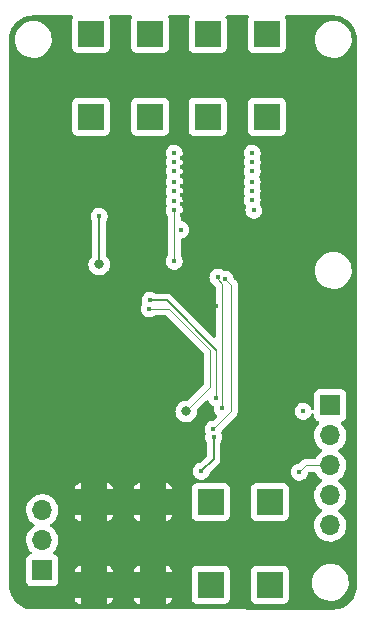
<source format=gbl>
%TF.GenerationSoftware,KiCad,Pcbnew,(6.0.0)*%
%TF.CreationDate,2022-02-23T23:52:20-08:00*%
%TF.ProjectId,motor-controller,6d6f746f-722d-4636-9f6e-74726f6c6c65,rev?*%
%TF.SameCoordinates,Original*%
%TF.FileFunction,Copper,L4,Bot*%
%TF.FilePolarity,Positive*%
%FSLAX46Y46*%
G04 Gerber Fmt 4.6, Leading zero omitted, Abs format (unit mm)*
G04 Created by KiCad (PCBNEW (6.0.0)) date 2022-02-23 23:52:20*
%MOMM*%
%LPD*%
G01*
G04 APERTURE LIST*
%TA.AperFunction,ComponentPad*%
%ADD10R,1.700000X1.700000*%
%TD*%
%TA.AperFunction,ComponentPad*%
%ADD11O,1.700000X1.700000*%
%TD*%
%TA.AperFunction,ComponentPad*%
%ADD12R,2.200000X2.200000*%
%TD*%
%TA.AperFunction,ViaPad*%
%ADD13C,0.406400*%
%TD*%
%TA.AperFunction,ViaPad*%
%ADD14C,0.800000*%
%TD*%
%TA.AperFunction,Conductor*%
%ADD15C,0.203200*%
%TD*%
%TA.AperFunction,Conductor*%
%ADD16C,0.088900*%
%TD*%
%TA.AperFunction,Conductor*%
%ADD17C,0.127000*%
%TD*%
G04 APERTURE END LIST*
D10*
%TO.P,J5,1,Pin_1*%
%TO.N,+3V3*%
X169418000Y-172217000D03*
D11*
%TO.P,J5,2,Pin_2*%
%TO.N,GND*%
X169418000Y-174757000D03*
%TO.P,J5,3,Pin_3*%
%TO.N,/controller/SWCLK*%
X169418000Y-177297000D03*
%TO.P,J5,4,Pin_4*%
%TO.N,/controller/SWDIO*%
X169418000Y-179837000D03*
%TO.P,J5,5,Pin_5*%
%TO.N,/controller/NRST*%
X169418000Y-182377000D03*
%TD*%
D10*
%TO.P,J6,1,Pin_1*%
%TO.N,GND*%
X145034000Y-186167000D03*
D11*
%TO.P,J6,2,Pin_2*%
%TO.N,+5V*%
X145034000Y-183627000D03*
%TO.P,J6,3,Pin_3*%
%TO.N,/controller/PWM_IN*%
X145034000Y-181087000D03*
%TD*%
D12*
%TO.P,J4,1,Pin_1*%
%TO.N,/PHASE B*%
X164044000Y-140772000D03*
X164044000Y-147772000D03*
X159044000Y-140772000D03*
X159044000Y-147772000D03*
%TD*%
%TO.P,J3,1,Pin_1*%
%TO.N,/PHASE A*%
X154172699Y-140772000D03*
X149172699Y-147772000D03*
X149172699Y-140772000D03*
X154172699Y-147772000D03*
%TD*%
%TO.P,J2,1,Pin_1*%
%TO.N,GND*%
X164298000Y-187396000D03*
X164298000Y-180396000D03*
X159298000Y-180396000D03*
X159298000Y-187396000D03*
%TD*%
%TO.P,J1,1,Pin_1*%
%TO.N,VBUS*%
X149392000Y-180396000D03*
X149392000Y-187396000D03*
X154392000Y-187396000D03*
X154392000Y-180396000D03*
%TD*%
D13*
%TO.N,VBUS*%
X147828000Y-155829000D03*
X156845000Y-152781000D03*
X149860000Y-152146000D03*
X147828000Y-152019000D03*
X168402000Y-166370000D03*
X156845000Y-152019000D03*
X156845000Y-151257000D03*
X165857650Y-153155524D03*
X147828000Y-156464000D03*
X165862000Y-156464000D03*
X149860000Y-151130000D03*
X165862000Y-154178000D03*
X147828000Y-153924000D03*
X165862000Y-157734000D03*
X165862000Y-158750000D03*
X147828000Y-158496000D03*
X165857650Y-151508832D03*
X149860000Y-155276997D03*
X159766000Y-163830000D03*
X149860000Y-153670000D03*
X156845000Y-154432000D03*
X153152963Y-156098082D03*
X147828000Y-157861000D03*
X147828000Y-159131000D03*
X165862000Y-152019000D03*
X165857650Y-153668015D03*
X165862000Y-155448000D03*
X165862000Y-155956000D03*
X147828000Y-155194000D03*
X147828000Y-153416000D03*
X149860000Y-152908000D03*
X149860000Y-154432000D03*
X156845000Y-156083000D03*
X165862000Y-151003000D03*
X147824781Y-151508598D03*
X147824781Y-151000775D03*
X147828000Y-154432000D03*
X156845000Y-155194000D03*
X165862000Y-158242000D03*
X156845000Y-153670000D03*
%TO.N,GND*%
X156220102Y-154100866D03*
X162941000Y-155702000D03*
X162814000Y-154813000D03*
X156210000Y-151638000D03*
X167132000Y-172720000D03*
X162814000Y-153289000D03*
X156752838Y-157339290D03*
X156210000Y-154940000D03*
X162814000Y-150876000D03*
X156210000Y-152400000D03*
X156210000Y-150876000D03*
X162814000Y-154051000D03*
X162814000Y-152400000D03*
X156230059Y-153288548D03*
X162814000Y-151638000D03*
D14*
%TO.N,/PHASE A*%
X149860000Y-160282516D03*
D13*
X149860000Y-156210000D03*
%TO.N,/PHASE B*%
X156214258Y-155706258D03*
X156210000Y-160020000D03*
%TO.N,/controller/SWCLK*%
X166813317Y-177864683D03*
%TO.N,/controller/PWM_IN*%
X158496000Y-177800000D03*
X159546691Y-174913850D03*
D14*
%TO.N,PWM_A_HIGH*%
X157226000Y-172720000D03*
D13*
X154079453Y-164039858D03*
%TO.N,PWM_A_LOW*%
X154178000Y-163322000D03*
X159766000Y-171577000D03*
%TO.N,PWM_B_HIGH*%
X160274000Y-172466000D03*
X159898294Y-161377175D03*
%TO.N,PWM_B_LOW*%
X159512000Y-174244000D03*
X160528000Y-161544000D03*
%TD*%
D15*
%TO.N,/PHASE A*%
X149860000Y-160282516D02*
X149860000Y-156210000D01*
D16*
%TO.N,/PHASE B*%
X156210000Y-155710516D02*
X156210000Y-160020000D01*
X156210000Y-160020000D02*
X156210000Y-160028516D01*
%TO.N,/controller/SWCLK*%
X167381000Y-177297000D02*
X166813317Y-177864683D01*
X169418000Y-177297000D02*
X167381000Y-177297000D01*
D17*
%TO.N,/controller/PWM_IN*%
X159546691Y-176749309D02*
X159546691Y-174913850D01*
X158496000Y-177800000D02*
X159546691Y-176749309D01*
D16*
%TO.N,PWM_A_HIGH*%
X155784858Y-164039858D02*
X159258000Y-167513000D01*
X154079453Y-164039858D02*
X155784858Y-164039858D01*
X159258000Y-170688000D02*
X157226000Y-172720000D01*
X159258000Y-167513000D02*
X159258000Y-170688000D01*
D17*
%TO.N,PWM_A_LOW*%
X155575000Y-163322000D02*
X154178000Y-163322000D01*
X159766000Y-167513000D02*
X155575000Y-163322000D01*
D16*
X159766000Y-167513000D02*
X159766000Y-171577000D01*
%TO.N,PWM_B_HIGH*%
X159898294Y-161549294D02*
X160274000Y-161925000D01*
X160274000Y-161925000D02*
X160274000Y-172466000D01*
X159898294Y-161377175D02*
X159898294Y-161549294D01*
%TO.N,PWM_B_LOW*%
X159512000Y-174244000D02*
X161036000Y-172720000D01*
X161036000Y-162052000D02*
X160528000Y-161544000D01*
X161036000Y-172720000D02*
X161036000Y-162052000D01*
%TD*%
%TA.AperFunction,Conductor*%
%TO.N,VBUS*%
G36*
X147613159Y-139212002D02*
G01*
X147659652Y-139265658D01*
X147669756Y-139335932D01*
X147645865Y-139393564D01*
X147627469Y-139418109D01*
X147627467Y-139418112D01*
X147622084Y-139425295D01*
X147570954Y-139561684D01*
X147564199Y-139623866D01*
X147564199Y-141920134D01*
X147570954Y-141982316D01*
X147622084Y-142118705D01*
X147709438Y-142235261D01*
X147825994Y-142322615D01*
X147962383Y-142373745D01*
X148024565Y-142380500D01*
X150320833Y-142380500D01*
X150383015Y-142373745D01*
X150519404Y-142322615D01*
X150635960Y-142235261D01*
X150723314Y-142118705D01*
X150774444Y-141982316D01*
X150781199Y-141920134D01*
X150781199Y-139623866D01*
X150774444Y-139561684D01*
X150723314Y-139425295D01*
X150717931Y-139418112D01*
X150717929Y-139418109D01*
X150699533Y-139393564D01*
X150674686Y-139327058D01*
X150689739Y-139257675D01*
X150739914Y-139207446D01*
X150800360Y-139192000D01*
X152545038Y-139192000D01*
X152613159Y-139212002D01*
X152659652Y-139265658D01*
X152669756Y-139335932D01*
X152645865Y-139393564D01*
X152627469Y-139418109D01*
X152627467Y-139418112D01*
X152622084Y-139425295D01*
X152570954Y-139561684D01*
X152564199Y-139623866D01*
X152564199Y-141920134D01*
X152570954Y-141982316D01*
X152622084Y-142118705D01*
X152709438Y-142235261D01*
X152825994Y-142322615D01*
X152962383Y-142373745D01*
X153024565Y-142380500D01*
X155320833Y-142380500D01*
X155383015Y-142373745D01*
X155519404Y-142322615D01*
X155635960Y-142235261D01*
X155723314Y-142118705D01*
X155774444Y-141982316D01*
X155781199Y-141920134D01*
X155781199Y-139623866D01*
X155774444Y-139561684D01*
X155723314Y-139425295D01*
X155717931Y-139418112D01*
X155717929Y-139418109D01*
X155699533Y-139393564D01*
X155674686Y-139327058D01*
X155689739Y-139257675D01*
X155739914Y-139207446D01*
X155800360Y-139192000D01*
X157416339Y-139192000D01*
X157484460Y-139212002D01*
X157530953Y-139265658D01*
X157541057Y-139335932D01*
X157517166Y-139393564D01*
X157498770Y-139418109D01*
X157498768Y-139418112D01*
X157493385Y-139425295D01*
X157442255Y-139561684D01*
X157435500Y-139623866D01*
X157435500Y-141920134D01*
X157442255Y-141982316D01*
X157493385Y-142118705D01*
X157580739Y-142235261D01*
X157697295Y-142322615D01*
X157833684Y-142373745D01*
X157895866Y-142380500D01*
X160192134Y-142380500D01*
X160254316Y-142373745D01*
X160390705Y-142322615D01*
X160507261Y-142235261D01*
X160594615Y-142118705D01*
X160645745Y-141982316D01*
X160652500Y-141920134D01*
X160652500Y-139623866D01*
X160645745Y-139561684D01*
X160594615Y-139425295D01*
X160589232Y-139418112D01*
X160589230Y-139418109D01*
X160570834Y-139393564D01*
X160545987Y-139327058D01*
X160561040Y-139257675D01*
X160611215Y-139207446D01*
X160671661Y-139192000D01*
X162416339Y-139192000D01*
X162484460Y-139212002D01*
X162530953Y-139265658D01*
X162541057Y-139335932D01*
X162517166Y-139393564D01*
X162498770Y-139418109D01*
X162498768Y-139418112D01*
X162493385Y-139425295D01*
X162442255Y-139561684D01*
X162435500Y-139623866D01*
X162435500Y-141920134D01*
X162442255Y-141982316D01*
X162493385Y-142118705D01*
X162580739Y-142235261D01*
X162697295Y-142322615D01*
X162833684Y-142373745D01*
X162895866Y-142380500D01*
X165192134Y-142380500D01*
X165254316Y-142373745D01*
X165390705Y-142322615D01*
X165507261Y-142235261D01*
X165594615Y-142118705D01*
X165645745Y-141982316D01*
X165652500Y-141920134D01*
X165652500Y-141278568D01*
X168109382Y-141278568D01*
X168138208Y-141527699D01*
X168139587Y-141532573D01*
X168139588Y-141532577D01*
X168178526Y-141670181D01*
X168206494Y-141769017D01*
X168208628Y-141773592D01*
X168208630Y-141773599D01*
X168305957Y-141982316D01*
X168312484Y-141996313D01*
X168315326Y-142000494D01*
X168315326Y-142000495D01*
X168450605Y-142199552D01*
X168450608Y-142199556D01*
X168453451Y-142203739D01*
X168456928Y-142207416D01*
X168456929Y-142207417D01*
X168557238Y-142313491D01*
X168625767Y-142385959D01*
X168629793Y-142389037D01*
X168629794Y-142389038D01*
X168820981Y-142535212D01*
X168820985Y-142535215D01*
X168825001Y-142538285D01*
X169046026Y-142656797D01*
X169050807Y-142658443D01*
X169050811Y-142658445D01*
X169276538Y-142736169D01*
X169283156Y-142738448D01*
X169386689Y-142756331D01*
X169526380Y-142780460D01*
X169526386Y-142780461D01*
X169530290Y-142781135D01*
X169534251Y-142781315D01*
X169534252Y-142781315D01*
X169558931Y-142782436D01*
X169558950Y-142782436D01*
X169560350Y-142782500D01*
X169735015Y-142782500D01*
X169737523Y-142782298D01*
X169737528Y-142782298D01*
X169916944Y-142767863D01*
X169916949Y-142767862D01*
X169921985Y-142767457D01*
X169926893Y-142766252D01*
X169926896Y-142766251D01*
X170160625Y-142708841D01*
X170165539Y-142707634D01*
X170170191Y-142705659D01*
X170170195Y-142705658D01*
X170391741Y-142611617D01*
X170391742Y-142611617D01*
X170396396Y-142609641D01*
X170608615Y-142476000D01*
X170796738Y-142310147D01*
X170955924Y-142116351D01*
X171082078Y-141899596D01*
X171171955Y-141665461D01*
X171223241Y-141419967D01*
X171234618Y-141169432D01*
X171205792Y-140920301D01*
X171166810Y-140782539D01*
X171138884Y-140683852D01*
X171138883Y-140683850D01*
X171137506Y-140678983D01*
X171135372Y-140674408D01*
X171135370Y-140674401D01*
X171033653Y-140456269D01*
X171033651Y-140456265D01*
X171031516Y-140451687D01*
X171022882Y-140438983D01*
X170893395Y-140248448D01*
X170893392Y-140248444D01*
X170890549Y-140244261D01*
X170789925Y-140137853D01*
X170721713Y-140065721D01*
X170718233Y-140062041D01*
X170714206Y-140058962D01*
X170523019Y-139912788D01*
X170523015Y-139912785D01*
X170518999Y-139909715D01*
X170297974Y-139791203D01*
X170293193Y-139789557D01*
X170293189Y-139789555D01*
X170065633Y-139711201D01*
X170060844Y-139709552D01*
X169957311Y-139691669D01*
X169817620Y-139667540D01*
X169817614Y-139667539D01*
X169813710Y-139666865D01*
X169809749Y-139666685D01*
X169809748Y-139666685D01*
X169785069Y-139665564D01*
X169785050Y-139665564D01*
X169783650Y-139665500D01*
X169608985Y-139665500D01*
X169606477Y-139665702D01*
X169606472Y-139665702D01*
X169427056Y-139680137D01*
X169427051Y-139680138D01*
X169422015Y-139680543D01*
X169417107Y-139681748D01*
X169417104Y-139681749D01*
X169185326Y-139738680D01*
X169178461Y-139740366D01*
X169173809Y-139742341D01*
X169173805Y-139742342D01*
X169053596Y-139793368D01*
X168947604Y-139838359D01*
X168735385Y-139972000D01*
X168547262Y-140137853D01*
X168388076Y-140331649D01*
X168261922Y-140548404D01*
X168172045Y-140782539D01*
X168120759Y-141028033D01*
X168109382Y-141278568D01*
X165652500Y-141278568D01*
X165652500Y-139623866D01*
X165645745Y-139561684D01*
X165594615Y-139425295D01*
X165589232Y-139418112D01*
X165589230Y-139418109D01*
X165570834Y-139393564D01*
X165545987Y-139327058D01*
X165561040Y-139257675D01*
X165611215Y-139207446D01*
X165671661Y-139192000D01*
X169622672Y-139192000D01*
X169642057Y-139193500D01*
X169656858Y-139195805D01*
X169656861Y-139195805D01*
X169665730Y-139197186D01*
X169681999Y-139195059D01*
X169706567Y-139194266D01*
X169928985Y-139208844D01*
X169945326Y-139210995D01*
X170189824Y-139259629D01*
X170205743Y-139263895D01*
X170441790Y-139344022D01*
X170457017Y-139350329D01*
X170680592Y-139460584D01*
X170694865Y-139468825D01*
X170902133Y-139607316D01*
X170915206Y-139617346D01*
X170986806Y-139680137D01*
X171102632Y-139781714D01*
X171114286Y-139793368D01*
X171273876Y-139975345D01*
X171278651Y-139980790D01*
X171288684Y-139993867D01*
X171427175Y-140201135D01*
X171435416Y-140215408D01*
X171545671Y-140438983D01*
X171551978Y-140454210D01*
X171632105Y-140690257D01*
X171636371Y-140706176D01*
X171685005Y-140950673D01*
X171687156Y-140967014D01*
X171701264Y-141182268D01*
X171700239Y-141205304D01*
X171700196Y-141208854D01*
X171698814Y-141217730D01*
X171700454Y-141230270D01*
X171702936Y-141249251D01*
X171704000Y-141265589D01*
X171704000Y-187420723D01*
X171702500Y-187440108D01*
X171701059Y-187449365D01*
X171698814Y-187463781D01*
X171700941Y-187480050D01*
X171701734Y-187504618D01*
X171687156Y-187727036D01*
X171685005Y-187743377D01*
X171636371Y-187987875D01*
X171632105Y-188003794D01*
X171551978Y-188239841D01*
X171545671Y-188255068D01*
X171435416Y-188478643D01*
X171427175Y-188492916D01*
X171288684Y-188700184D01*
X171278654Y-188713257D01*
X171240908Y-188756298D01*
X171114286Y-188900683D01*
X171102632Y-188912337D01*
X171059951Y-188949767D01*
X170924353Y-189068684D01*
X170915210Y-189076702D01*
X170902133Y-189086735D01*
X170694865Y-189225226D01*
X170680592Y-189233467D01*
X170457017Y-189343722D01*
X170441790Y-189350029D01*
X170205743Y-189430156D01*
X170189824Y-189434422D01*
X169945327Y-189483056D01*
X169928986Y-189485207D01*
X169713732Y-189499315D01*
X169690696Y-189498290D01*
X169687144Y-189498247D01*
X169678270Y-189496865D01*
X169669368Y-189498029D01*
X169669364Y-189498029D01*
X169646976Y-189500957D01*
X169630549Y-189502021D01*
X155012864Y-189491633D01*
X144321462Y-189484035D01*
X144302168Y-189482535D01*
X144287142Y-189480195D01*
X144287139Y-189480195D01*
X144278270Y-189478814D01*
X144262001Y-189480941D01*
X144237433Y-189481734D01*
X144015015Y-189467156D01*
X143998674Y-189465005D01*
X143754176Y-189416371D01*
X143738257Y-189412105D01*
X143502210Y-189331978D01*
X143486983Y-189325671D01*
X143263408Y-189215416D01*
X143249135Y-189207175D01*
X143041867Y-189068684D01*
X143028790Y-189058651D01*
X142966472Y-189003999D01*
X142841368Y-188894286D01*
X142829714Y-188882632D01*
X142704849Y-188740251D01*
X142665346Y-188695206D01*
X142655316Y-188682133D01*
X142560793Y-188540669D01*
X147784001Y-188540669D01*
X147784371Y-188547490D01*
X147789895Y-188598352D01*
X147793521Y-188613604D01*
X147838676Y-188734054D01*
X147847214Y-188749649D01*
X147923715Y-188851724D01*
X147936276Y-188864285D01*
X148038351Y-188940786D01*
X148053946Y-188949324D01*
X148174394Y-188994478D01*
X148189649Y-188998105D01*
X148240514Y-189003631D01*
X148247328Y-189004000D01*
X148273885Y-189004000D01*
X148289124Y-188999525D01*
X148290329Y-188998135D01*
X148292000Y-188990452D01*
X148292000Y-188985884D01*
X150492000Y-188985884D01*
X150496475Y-189001123D01*
X150497865Y-189002328D01*
X150505548Y-189003999D01*
X150536669Y-189003999D01*
X150543490Y-189003629D01*
X150594352Y-188998105D01*
X150609604Y-188994479D01*
X150730054Y-188949324D01*
X150745649Y-188940786D01*
X150847724Y-188864285D01*
X150860285Y-188851724D01*
X150936786Y-188749649D01*
X150945324Y-188734054D01*
X150990478Y-188613606D01*
X150994105Y-188598351D01*
X150999631Y-188547486D01*
X151000000Y-188540672D01*
X151000000Y-188540669D01*
X152784001Y-188540669D01*
X152784371Y-188547490D01*
X152789895Y-188598352D01*
X152793521Y-188613604D01*
X152838676Y-188734054D01*
X152847214Y-188749649D01*
X152923715Y-188851724D01*
X152936276Y-188864285D01*
X153038351Y-188940786D01*
X153053946Y-188949324D01*
X153174394Y-188994478D01*
X153189649Y-188998105D01*
X153240514Y-189003631D01*
X153247328Y-189004000D01*
X153273885Y-189004000D01*
X153289124Y-188999525D01*
X153290329Y-188998135D01*
X153292000Y-188990452D01*
X153292000Y-188985884D01*
X155492000Y-188985884D01*
X155496475Y-189001123D01*
X155497865Y-189002328D01*
X155505548Y-189003999D01*
X155536669Y-189003999D01*
X155543490Y-189003629D01*
X155594352Y-188998105D01*
X155609604Y-188994479D01*
X155730054Y-188949324D01*
X155745649Y-188940786D01*
X155847724Y-188864285D01*
X155860285Y-188851724D01*
X155936786Y-188749649D01*
X155945324Y-188734054D01*
X155990478Y-188613606D01*
X155994105Y-188598351D01*
X155999631Y-188547486D01*
X155999813Y-188544134D01*
X157689500Y-188544134D01*
X157696255Y-188606316D01*
X157747385Y-188742705D01*
X157834739Y-188859261D01*
X157951295Y-188946615D01*
X158087684Y-188997745D01*
X158149866Y-189004500D01*
X160446134Y-189004500D01*
X160508316Y-188997745D01*
X160644705Y-188946615D01*
X160761261Y-188859261D01*
X160848615Y-188742705D01*
X160899745Y-188606316D01*
X160906500Y-188544134D01*
X162689500Y-188544134D01*
X162696255Y-188606316D01*
X162747385Y-188742705D01*
X162834739Y-188859261D01*
X162951295Y-188946615D01*
X163087684Y-188997745D01*
X163149866Y-189004500D01*
X165446134Y-189004500D01*
X165508316Y-188997745D01*
X165644705Y-188946615D01*
X165761261Y-188859261D01*
X165848615Y-188742705D01*
X165899745Y-188606316D01*
X165906500Y-188544134D01*
X165906500Y-187252568D01*
X167855382Y-187252568D01*
X167855963Y-187257588D01*
X167855963Y-187257592D01*
X167857502Y-187270891D01*
X167884208Y-187501699D01*
X167885587Y-187506573D01*
X167885588Y-187506577D01*
X167951116Y-187738148D01*
X167952494Y-187743017D01*
X167954628Y-187747592D01*
X167954630Y-187747599D01*
X168056347Y-187965731D01*
X168058484Y-187970313D01*
X168061326Y-187974494D01*
X168061326Y-187974495D01*
X168196605Y-188173552D01*
X168196608Y-188173556D01*
X168199451Y-188177739D01*
X168202928Y-188181416D01*
X168202929Y-188181417D01*
X168303238Y-188287491D01*
X168371767Y-188359959D01*
X168375793Y-188363037D01*
X168375794Y-188363038D01*
X168566981Y-188509212D01*
X168566985Y-188509215D01*
X168571001Y-188512285D01*
X168792026Y-188630797D01*
X168796807Y-188632443D01*
X168796811Y-188632445D01*
X168993539Y-188700184D01*
X169029156Y-188712448D01*
X169132689Y-188730331D01*
X169272380Y-188754460D01*
X169272386Y-188754461D01*
X169276290Y-188755135D01*
X169280251Y-188755315D01*
X169280252Y-188755315D01*
X169304931Y-188756436D01*
X169304950Y-188756436D01*
X169306350Y-188756500D01*
X169481015Y-188756500D01*
X169483523Y-188756298D01*
X169483528Y-188756298D01*
X169662944Y-188741863D01*
X169662949Y-188741862D01*
X169667985Y-188741457D01*
X169672893Y-188740252D01*
X169672896Y-188740251D01*
X169906625Y-188682841D01*
X169911539Y-188681634D01*
X169916191Y-188679659D01*
X169916195Y-188679658D01*
X170137741Y-188585617D01*
X170137742Y-188585617D01*
X170142396Y-188583641D01*
X170315130Y-188474865D01*
X170350334Y-188452696D01*
X170350335Y-188452695D01*
X170354615Y-188450000D01*
X170542738Y-188284147D01*
X170701924Y-188090351D01*
X170828078Y-187873596D01*
X170917955Y-187639461D01*
X170954723Y-187463464D01*
X170968206Y-187398921D01*
X170969241Y-187393967D01*
X170969864Y-187380261D01*
X170975662Y-187252568D01*
X170980618Y-187143432D01*
X170979610Y-187134715D01*
X170952374Y-186899334D01*
X170951792Y-186894301D01*
X170912810Y-186756539D01*
X170884884Y-186657852D01*
X170884883Y-186657850D01*
X170883506Y-186652983D01*
X170881372Y-186648408D01*
X170881370Y-186648401D01*
X170779653Y-186430269D01*
X170779651Y-186430265D01*
X170777516Y-186425687D01*
X170774674Y-186421505D01*
X170639395Y-186222448D01*
X170639392Y-186222444D01*
X170636549Y-186218261D01*
X170535925Y-186111853D01*
X170467713Y-186039721D01*
X170464233Y-186036041D01*
X170460206Y-186032962D01*
X170269019Y-185886788D01*
X170269015Y-185886785D01*
X170264999Y-185883715D01*
X170203559Y-185850771D01*
X170048435Y-185767595D01*
X170043974Y-185765203D01*
X170039193Y-185763557D01*
X170039189Y-185763555D01*
X169811633Y-185685201D01*
X169806844Y-185683552D01*
X169703311Y-185665669D01*
X169563620Y-185641540D01*
X169563614Y-185641539D01*
X169559710Y-185640865D01*
X169555749Y-185640685D01*
X169555748Y-185640685D01*
X169531069Y-185639564D01*
X169531050Y-185639564D01*
X169529650Y-185639500D01*
X169354985Y-185639500D01*
X169352477Y-185639702D01*
X169352472Y-185639702D01*
X169173056Y-185654137D01*
X169173051Y-185654138D01*
X169168015Y-185654543D01*
X169163107Y-185655748D01*
X169163104Y-185655749D01*
X168931326Y-185712680D01*
X168924461Y-185714366D01*
X168919809Y-185716341D01*
X168919805Y-185716342D01*
X168698259Y-185810383D01*
X168693604Y-185812359D01*
X168632607Y-185850771D01*
X168490475Y-185940276D01*
X168481385Y-185946000D01*
X168293262Y-186111853D01*
X168134076Y-186305649D01*
X168007922Y-186522404D01*
X167918045Y-186756539D01*
X167866759Y-187002033D01*
X167866530Y-187007082D01*
X167866529Y-187007088D01*
X167863739Y-187068531D01*
X167855382Y-187252568D01*
X165906500Y-187252568D01*
X165906500Y-186247866D01*
X165899745Y-186185684D01*
X165848615Y-186049295D01*
X165761261Y-185932739D01*
X165644705Y-185845385D01*
X165508316Y-185794255D01*
X165446134Y-185787500D01*
X163149866Y-185787500D01*
X163087684Y-185794255D01*
X162951295Y-185845385D01*
X162834739Y-185932739D01*
X162747385Y-186049295D01*
X162696255Y-186185684D01*
X162689500Y-186247866D01*
X162689500Y-188544134D01*
X160906500Y-188544134D01*
X160906500Y-186247866D01*
X160899745Y-186185684D01*
X160848615Y-186049295D01*
X160761261Y-185932739D01*
X160644705Y-185845385D01*
X160508316Y-185794255D01*
X160446134Y-185787500D01*
X158149866Y-185787500D01*
X158087684Y-185794255D01*
X157951295Y-185845385D01*
X157834739Y-185932739D01*
X157747385Y-186049295D01*
X157696255Y-186185684D01*
X157689500Y-186247866D01*
X157689500Y-188544134D01*
X155999813Y-188544134D01*
X156000000Y-188540672D01*
X156000000Y-188514115D01*
X155995525Y-188498876D01*
X155994135Y-188497671D01*
X155986452Y-188496000D01*
X155510115Y-188496000D01*
X155494876Y-188500475D01*
X155493671Y-188501865D01*
X155492000Y-188509548D01*
X155492000Y-188985884D01*
X153292000Y-188985884D01*
X153292000Y-188514115D01*
X153287525Y-188498876D01*
X153286135Y-188497671D01*
X153278452Y-188496000D01*
X152802116Y-188496000D01*
X152786877Y-188500475D01*
X152785672Y-188501865D01*
X152784001Y-188509548D01*
X152784001Y-188540669D01*
X151000000Y-188540669D01*
X151000000Y-188514115D01*
X150995525Y-188498876D01*
X150994135Y-188497671D01*
X150986452Y-188496000D01*
X150510115Y-188496000D01*
X150494876Y-188500475D01*
X150493671Y-188501865D01*
X150492000Y-188509548D01*
X150492000Y-188985884D01*
X148292000Y-188985884D01*
X148292000Y-188514115D01*
X148287525Y-188498876D01*
X148286135Y-188497671D01*
X148278452Y-188496000D01*
X147802116Y-188496000D01*
X147786877Y-188500475D01*
X147785672Y-188501865D01*
X147784001Y-188509548D01*
X147784001Y-188540669D01*
X142560793Y-188540669D01*
X142516825Y-188474865D01*
X142508584Y-188460592D01*
X142398329Y-188237017D01*
X142392022Y-188221790D01*
X142311895Y-187985743D01*
X142307629Y-187969824D01*
X142258995Y-187725327D01*
X142256844Y-187708986D01*
X142242736Y-187493732D01*
X142243761Y-187470696D01*
X142243804Y-187467146D01*
X142245186Y-187458270D01*
X142241064Y-187426748D01*
X142240000Y-187410411D01*
X142240000Y-183593695D01*
X143671251Y-183593695D01*
X143671548Y-183598848D01*
X143671548Y-183598851D01*
X143677978Y-183710368D01*
X143684110Y-183816715D01*
X143685247Y-183821761D01*
X143685248Y-183821767D01*
X143705119Y-183909939D01*
X143733222Y-184034639D01*
X143817266Y-184241616D01*
X143933987Y-184432088D01*
X144080250Y-184600938D01*
X144084230Y-184604242D01*
X144088981Y-184608187D01*
X144128616Y-184667090D01*
X144130113Y-184738071D01*
X144092997Y-184798593D01*
X144052724Y-184823112D01*
X143937295Y-184866385D01*
X143820739Y-184953739D01*
X143733385Y-185070295D01*
X143682255Y-185206684D01*
X143675500Y-185268866D01*
X143675500Y-187065134D01*
X143682255Y-187127316D01*
X143733385Y-187263705D01*
X143820739Y-187380261D01*
X143937295Y-187467615D01*
X144073684Y-187518745D01*
X144135866Y-187525500D01*
X145932134Y-187525500D01*
X145994316Y-187518745D01*
X146130705Y-187467615D01*
X146247261Y-187380261D01*
X146334615Y-187263705D01*
X146385745Y-187127316D01*
X146392500Y-187065134D01*
X146392500Y-186277885D01*
X147784000Y-186277885D01*
X147788475Y-186293124D01*
X147789865Y-186294329D01*
X147797548Y-186296000D01*
X148273885Y-186296000D01*
X148289124Y-186291525D01*
X148290329Y-186290135D01*
X148292000Y-186282452D01*
X148292000Y-186277885D01*
X150492000Y-186277885D01*
X150496475Y-186293124D01*
X150497865Y-186294329D01*
X150505548Y-186296000D01*
X150981884Y-186296000D01*
X150997123Y-186291525D01*
X150998328Y-186290135D01*
X150999999Y-186282452D01*
X150999999Y-186277885D01*
X152784000Y-186277885D01*
X152788475Y-186293124D01*
X152789865Y-186294329D01*
X152797548Y-186296000D01*
X153273885Y-186296000D01*
X153289124Y-186291525D01*
X153290329Y-186290135D01*
X153292000Y-186282452D01*
X153292000Y-186277885D01*
X155492000Y-186277885D01*
X155496475Y-186293124D01*
X155497865Y-186294329D01*
X155505548Y-186296000D01*
X155981884Y-186296000D01*
X155997123Y-186291525D01*
X155998328Y-186290135D01*
X155999999Y-186282452D01*
X155999999Y-186251331D01*
X155999629Y-186244510D01*
X155994105Y-186193648D01*
X155990479Y-186178396D01*
X155945324Y-186057946D01*
X155936786Y-186042351D01*
X155860285Y-185940276D01*
X155847724Y-185927715D01*
X155745649Y-185851214D01*
X155730054Y-185842676D01*
X155609606Y-185797522D01*
X155594351Y-185793895D01*
X155543486Y-185788369D01*
X155536672Y-185788000D01*
X155510115Y-185788000D01*
X155494876Y-185792475D01*
X155493671Y-185793865D01*
X155492000Y-185801548D01*
X155492000Y-186277885D01*
X153292000Y-186277885D01*
X153292000Y-185806116D01*
X153287525Y-185790877D01*
X153286135Y-185789672D01*
X153278452Y-185788001D01*
X153247331Y-185788001D01*
X153240510Y-185788371D01*
X153189648Y-185793895D01*
X153174396Y-185797521D01*
X153053946Y-185842676D01*
X153038351Y-185851214D01*
X152936276Y-185927715D01*
X152923715Y-185940276D01*
X152847214Y-186042351D01*
X152838676Y-186057946D01*
X152793522Y-186178394D01*
X152789895Y-186193649D01*
X152784369Y-186244514D01*
X152784000Y-186251328D01*
X152784000Y-186277885D01*
X150999999Y-186277885D01*
X150999999Y-186251331D01*
X150999629Y-186244510D01*
X150994105Y-186193648D01*
X150990479Y-186178396D01*
X150945324Y-186057946D01*
X150936786Y-186042351D01*
X150860285Y-185940276D01*
X150847724Y-185927715D01*
X150745649Y-185851214D01*
X150730054Y-185842676D01*
X150609606Y-185797522D01*
X150594351Y-185793895D01*
X150543486Y-185788369D01*
X150536672Y-185788000D01*
X150510115Y-185788000D01*
X150494876Y-185792475D01*
X150493671Y-185793865D01*
X150492000Y-185801548D01*
X150492000Y-186277885D01*
X148292000Y-186277885D01*
X148292000Y-185806116D01*
X148287525Y-185790877D01*
X148286135Y-185789672D01*
X148278452Y-185788001D01*
X148247331Y-185788001D01*
X148240510Y-185788371D01*
X148189648Y-185793895D01*
X148174396Y-185797521D01*
X148053946Y-185842676D01*
X148038351Y-185851214D01*
X147936276Y-185927715D01*
X147923715Y-185940276D01*
X147847214Y-186042351D01*
X147838676Y-186057946D01*
X147793522Y-186178394D01*
X147789895Y-186193649D01*
X147784369Y-186244514D01*
X147784000Y-186251328D01*
X147784000Y-186277885D01*
X146392500Y-186277885D01*
X146392500Y-185268866D01*
X146385745Y-185206684D01*
X146334615Y-185070295D01*
X146247261Y-184953739D01*
X146130705Y-184866385D01*
X146118132Y-184861672D01*
X146012203Y-184821960D01*
X145955439Y-184779318D01*
X145930739Y-184712756D01*
X145945947Y-184643408D01*
X145967493Y-184614727D01*
X146068435Y-184514137D01*
X146072096Y-184510489D01*
X146131594Y-184427689D01*
X146199435Y-184333277D01*
X146202453Y-184329077D01*
X146301430Y-184128811D01*
X146366370Y-183915069D01*
X146395529Y-183693590D01*
X146395611Y-183690240D01*
X146397074Y-183630365D01*
X146397074Y-183630361D01*
X146397156Y-183627000D01*
X146378852Y-183404361D01*
X146324431Y-183187702D01*
X146235354Y-182982840D01*
X146114014Y-182795277D01*
X145963670Y-182630051D01*
X145959619Y-182626852D01*
X145959615Y-182626848D01*
X145792414Y-182494800D01*
X145792410Y-182494798D01*
X145788359Y-182491598D01*
X145747053Y-182468796D01*
X145697084Y-182418364D01*
X145682312Y-182348921D01*
X145707428Y-182282516D01*
X145734780Y-182255909D01*
X145778603Y-182224650D01*
X145913860Y-182128173D01*
X146072096Y-181970489D01*
X146099068Y-181932954D01*
X146199435Y-181793277D01*
X146202453Y-181789077D01*
X146221940Y-181749649D01*
X146299136Y-181593453D01*
X146299137Y-181593451D01*
X146301430Y-181588811D01*
X146316057Y-181540669D01*
X147784001Y-181540669D01*
X147784371Y-181547490D01*
X147789895Y-181598352D01*
X147793521Y-181613604D01*
X147838676Y-181734054D01*
X147847214Y-181749649D01*
X147923715Y-181851724D01*
X147936276Y-181864285D01*
X148038351Y-181940786D01*
X148053946Y-181949324D01*
X148174394Y-181994478D01*
X148189649Y-181998105D01*
X148240514Y-182003631D01*
X148247328Y-182004000D01*
X148273885Y-182004000D01*
X148289124Y-181999525D01*
X148290329Y-181998135D01*
X148292000Y-181990452D01*
X148292000Y-181985884D01*
X150492000Y-181985884D01*
X150496475Y-182001123D01*
X150497865Y-182002328D01*
X150505548Y-182003999D01*
X150536669Y-182003999D01*
X150543490Y-182003629D01*
X150594352Y-181998105D01*
X150609604Y-181994479D01*
X150730054Y-181949324D01*
X150745649Y-181940786D01*
X150847724Y-181864285D01*
X150860285Y-181851724D01*
X150936786Y-181749649D01*
X150945324Y-181734054D01*
X150990478Y-181613606D01*
X150994105Y-181598351D01*
X150999631Y-181547486D01*
X151000000Y-181540672D01*
X151000000Y-181540669D01*
X152784001Y-181540669D01*
X152784371Y-181547490D01*
X152789895Y-181598352D01*
X152793521Y-181613604D01*
X152838676Y-181734054D01*
X152847214Y-181749649D01*
X152923715Y-181851724D01*
X152936276Y-181864285D01*
X153038351Y-181940786D01*
X153053946Y-181949324D01*
X153174394Y-181994478D01*
X153189649Y-181998105D01*
X153240514Y-182003631D01*
X153247328Y-182004000D01*
X153273885Y-182004000D01*
X153289124Y-181999525D01*
X153290329Y-181998135D01*
X153292000Y-181990452D01*
X153292000Y-181985884D01*
X155492000Y-181985884D01*
X155496475Y-182001123D01*
X155497865Y-182002328D01*
X155505548Y-182003999D01*
X155536669Y-182003999D01*
X155543490Y-182003629D01*
X155594352Y-181998105D01*
X155609604Y-181994479D01*
X155730054Y-181949324D01*
X155745649Y-181940786D01*
X155847724Y-181864285D01*
X155860285Y-181851724D01*
X155936786Y-181749649D01*
X155945324Y-181734054D01*
X155990478Y-181613606D01*
X155994105Y-181598351D01*
X155999631Y-181547486D01*
X155999813Y-181544134D01*
X157689500Y-181544134D01*
X157696255Y-181606316D01*
X157747385Y-181742705D01*
X157834739Y-181859261D01*
X157951295Y-181946615D01*
X158087684Y-181997745D01*
X158149866Y-182004500D01*
X160446134Y-182004500D01*
X160508316Y-181997745D01*
X160644705Y-181946615D01*
X160761261Y-181859261D01*
X160848615Y-181742705D01*
X160899745Y-181606316D01*
X160906500Y-181544134D01*
X162689500Y-181544134D01*
X162696255Y-181606316D01*
X162747385Y-181742705D01*
X162834739Y-181859261D01*
X162951295Y-181946615D01*
X163087684Y-181997745D01*
X163149866Y-182004500D01*
X165446134Y-182004500D01*
X165508316Y-181997745D01*
X165644705Y-181946615D01*
X165761261Y-181859261D01*
X165848615Y-181742705D01*
X165899745Y-181606316D01*
X165906500Y-181544134D01*
X165906500Y-179247866D01*
X165899745Y-179185684D01*
X165848615Y-179049295D01*
X165761261Y-178932739D01*
X165644705Y-178845385D01*
X165508316Y-178794255D01*
X165446134Y-178787500D01*
X163149866Y-178787500D01*
X163087684Y-178794255D01*
X162951295Y-178845385D01*
X162834739Y-178932739D01*
X162747385Y-179049295D01*
X162696255Y-179185684D01*
X162689500Y-179247866D01*
X162689500Y-181544134D01*
X160906500Y-181544134D01*
X160906500Y-179247866D01*
X160899745Y-179185684D01*
X160848615Y-179049295D01*
X160761261Y-178932739D01*
X160644705Y-178845385D01*
X160508316Y-178794255D01*
X160446134Y-178787500D01*
X158149866Y-178787500D01*
X158087684Y-178794255D01*
X157951295Y-178845385D01*
X157834739Y-178932739D01*
X157747385Y-179049295D01*
X157696255Y-179185684D01*
X157689500Y-179247866D01*
X157689500Y-181544134D01*
X155999813Y-181544134D01*
X156000000Y-181540672D01*
X156000000Y-181514115D01*
X155995525Y-181498876D01*
X155994135Y-181497671D01*
X155986452Y-181496000D01*
X155510115Y-181496000D01*
X155494876Y-181500475D01*
X155493671Y-181501865D01*
X155492000Y-181509548D01*
X155492000Y-181985884D01*
X153292000Y-181985884D01*
X153292000Y-181514115D01*
X153287525Y-181498876D01*
X153286135Y-181497671D01*
X153278452Y-181496000D01*
X152802116Y-181496000D01*
X152786877Y-181500475D01*
X152785672Y-181501865D01*
X152784001Y-181509548D01*
X152784001Y-181540669D01*
X151000000Y-181540669D01*
X151000000Y-181514115D01*
X150995525Y-181498876D01*
X150994135Y-181497671D01*
X150986452Y-181496000D01*
X150510115Y-181496000D01*
X150494876Y-181500475D01*
X150493671Y-181501865D01*
X150492000Y-181509548D01*
X150492000Y-181985884D01*
X148292000Y-181985884D01*
X148292000Y-181514115D01*
X148287525Y-181498876D01*
X148286135Y-181497671D01*
X148278452Y-181496000D01*
X147802116Y-181496000D01*
X147786877Y-181500475D01*
X147785672Y-181501865D01*
X147784001Y-181509548D01*
X147784001Y-181540669D01*
X146316057Y-181540669D01*
X146366370Y-181375069D01*
X146395529Y-181153590D01*
X146395611Y-181150240D01*
X146397074Y-181090365D01*
X146397074Y-181090361D01*
X146397156Y-181087000D01*
X146378852Y-180864361D01*
X146324431Y-180647702D01*
X146235354Y-180442840D01*
X146114014Y-180255277D01*
X145963670Y-180090051D01*
X145959619Y-180086852D01*
X145959615Y-180086848D01*
X145792414Y-179954800D01*
X145792410Y-179954798D01*
X145788359Y-179951598D01*
X145592789Y-179843638D01*
X145587920Y-179841914D01*
X145587916Y-179841912D01*
X145387087Y-179770795D01*
X145387083Y-179770794D01*
X145382212Y-179769069D01*
X145377119Y-179768162D01*
X145377116Y-179768161D01*
X145167373Y-179730800D01*
X145167367Y-179730799D01*
X145162284Y-179729894D01*
X145088452Y-179728992D01*
X144944081Y-179727228D01*
X144944079Y-179727228D01*
X144938911Y-179727165D01*
X144718091Y-179760955D01*
X144505756Y-179830357D01*
X144307607Y-179933507D01*
X144303474Y-179936610D01*
X144303471Y-179936612D01*
X144133100Y-180064530D01*
X144128965Y-180067635D01*
X143974629Y-180229138D01*
X143848743Y-180413680D01*
X143754688Y-180616305D01*
X143694989Y-180831570D01*
X143671251Y-181053695D01*
X143671548Y-181058848D01*
X143671548Y-181058851D01*
X143680904Y-181221118D01*
X143684110Y-181276715D01*
X143685247Y-181281761D01*
X143685248Y-181281767D01*
X143702346Y-181357635D01*
X143733222Y-181494639D01*
X143817266Y-181701616D01*
X143819965Y-181706020D01*
X143913871Y-181859261D01*
X143933987Y-181892088D01*
X144080250Y-182060938D01*
X144252126Y-182203632D01*
X144322595Y-182244811D01*
X144325445Y-182246476D01*
X144374169Y-182298114D01*
X144387240Y-182367897D01*
X144360509Y-182433669D01*
X144320055Y-182467027D01*
X144307607Y-182473507D01*
X144303474Y-182476610D01*
X144303471Y-182476612D01*
X144133100Y-182604530D01*
X144128965Y-182607635D01*
X143974629Y-182769138D01*
X143848743Y-182953680D01*
X143754688Y-183156305D01*
X143694989Y-183371570D01*
X143671251Y-183593695D01*
X142240000Y-183593695D01*
X142240000Y-179277885D01*
X147784000Y-179277885D01*
X147788475Y-179293124D01*
X147789865Y-179294329D01*
X147797548Y-179296000D01*
X148273885Y-179296000D01*
X148289124Y-179291525D01*
X148290329Y-179290135D01*
X148292000Y-179282452D01*
X148292000Y-179277885D01*
X150492000Y-179277885D01*
X150496475Y-179293124D01*
X150497865Y-179294329D01*
X150505548Y-179296000D01*
X150981884Y-179296000D01*
X150997123Y-179291525D01*
X150998328Y-179290135D01*
X150999999Y-179282452D01*
X150999999Y-179277885D01*
X152784000Y-179277885D01*
X152788475Y-179293124D01*
X152789865Y-179294329D01*
X152797548Y-179296000D01*
X153273885Y-179296000D01*
X153289124Y-179291525D01*
X153290329Y-179290135D01*
X153292000Y-179282452D01*
X153292000Y-179277885D01*
X155492000Y-179277885D01*
X155496475Y-179293124D01*
X155497865Y-179294329D01*
X155505548Y-179296000D01*
X155981884Y-179296000D01*
X155997123Y-179291525D01*
X155998328Y-179290135D01*
X155999999Y-179282452D01*
X155999999Y-179251331D01*
X155999629Y-179244510D01*
X155994105Y-179193648D01*
X155990479Y-179178396D01*
X155945324Y-179057946D01*
X155936786Y-179042351D01*
X155860285Y-178940276D01*
X155847724Y-178927715D01*
X155745649Y-178851214D01*
X155730054Y-178842676D01*
X155609606Y-178797522D01*
X155594351Y-178793895D01*
X155543486Y-178788369D01*
X155536672Y-178788000D01*
X155510115Y-178788000D01*
X155494876Y-178792475D01*
X155493671Y-178793865D01*
X155492000Y-178801548D01*
X155492000Y-179277885D01*
X153292000Y-179277885D01*
X153292000Y-178806116D01*
X153287525Y-178790877D01*
X153286135Y-178789672D01*
X153278452Y-178788001D01*
X153247331Y-178788001D01*
X153240510Y-178788371D01*
X153189648Y-178793895D01*
X153174396Y-178797521D01*
X153053946Y-178842676D01*
X153038351Y-178851214D01*
X152936276Y-178927715D01*
X152923715Y-178940276D01*
X152847214Y-179042351D01*
X152838676Y-179057946D01*
X152793522Y-179178394D01*
X152789895Y-179193649D01*
X152784369Y-179244514D01*
X152784000Y-179251328D01*
X152784000Y-179277885D01*
X150999999Y-179277885D01*
X150999999Y-179251331D01*
X150999629Y-179244510D01*
X150994105Y-179193648D01*
X150990479Y-179178396D01*
X150945324Y-179057946D01*
X150936786Y-179042351D01*
X150860285Y-178940276D01*
X150847724Y-178927715D01*
X150745649Y-178851214D01*
X150730054Y-178842676D01*
X150609606Y-178797522D01*
X150594351Y-178793895D01*
X150543486Y-178788369D01*
X150536672Y-178788000D01*
X150510115Y-178788000D01*
X150494876Y-178792475D01*
X150493671Y-178793865D01*
X150492000Y-178801548D01*
X150492000Y-179277885D01*
X148292000Y-179277885D01*
X148292000Y-178806116D01*
X148287525Y-178790877D01*
X148286135Y-178789672D01*
X148278452Y-178788001D01*
X148247331Y-178788001D01*
X148240510Y-178788371D01*
X148189648Y-178793895D01*
X148174396Y-178797521D01*
X148053946Y-178842676D01*
X148038351Y-178851214D01*
X147936276Y-178927715D01*
X147923715Y-178940276D01*
X147847214Y-179042351D01*
X147838676Y-179057946D01*
X147793522Y-179178394D01*
X147789895Y-179193649D01*
X147784369Y-179244514D01*
X147784000Y-179251328D01*
X147784000Y-179277885D01*
X142240000Y-179277885D01*
X142240000Y-164032350D01*
X153362565Y-164032350D01*
X153381468Y-164203569D01*
X153440666Y-164365336D01*
X153536743Y-164508313D01*
X153664151Y-164624245D01*
X153815535Y-164706440D01*
X153982155Y-164750152D01*
X154073153Y-164751582D01*
X154146795Y-164752739D01*
X154146798Y-164752739D01*
X154154392Y-164752858D01*
X154214081Y-164739187D01*
X154314900Y-164716097D01*
X154314904Y-164716096D01*
X154322303Y-164714401D01*
X154399249Y-164675701D01*
X154469409Y-164640415D01*
X154469412Y-164640413D01*
X154476194Y-164637002D01*
X154481969Y-164632069D01*
X154481973Y-164632067D01*
X154492593Y-164622997D01*
X154557383Y-164593966D01*
X154574423Y-164592808D01*
X155503629Y-164592808D01*
X155571750Y-164612810D01*
X155592724Y-164629713D01*
X158668145Y-167705135D01*
X158702171Y-167767447D01*
X158705050Y-167794230D01*
X158705050Y-170406771D01*
X158685048Y-170474892D01*
X158668145Y-170495866D01*
X157389415Y-171774595D01*
X157327103Y-171808621D01*
X157300320Y-171811500D01*
X157130513Y-171811500D01*
X157124061Y-171812872D01*
X157124056Y-171812872D01*
X157037113Y-171831353D01*
X156943712Y-171851206D01*
X156937682Y-171853891D01*
X156937681Y-171853891D01*
X156775278Y-171926197D01*
X156775276Y-171926198D01*
X156769248Y-171928882D01*
X156614747Y-172041134D01*
X156610326Y-172046044D01*
X156610325Y-172046045D01*
X156607808Y-172048841D01*
X156486960Y-172183056D01*
X156391473Y-172348444D01*
X156332458Y-172530072D01*
X156331768Y-172536633D01*
X156331768Y-172536635D01*
X156326609Y-172585725D01*
X156312496Y-172720000D01*
X156313186Y-172726565D01*
X156329703Y-172883711D01*
X156332458Y-172909928D01*
X156391473Y-173091556D01*
X156486960Y-173256944D01*
X156614747Y-173398866D01*
X156769248Y-173511118D01*
X156775276Y-173513802D01*
X156775278Y-173513803D01*
X156825453Y-173536142D01*
X156943712Y-173588794D01*
X157037113Y-173608647D01*
X157124056Y-173627128D01*
X157124061Y-173627128D01*
X157130513Y-173628500D01*
X157321487Y-173628500D01*
X157327939Y-173627128D01*
X157327944Y-173627128D01*
X157414887Y-173608647D01*
X157508288Y-173588794D01*
X157626547Y-173536142D01*
X157676722Y-173513803D01*
X157676724Y-173513802D01*
X157682752Y-173511118D01*
X157837253Y-173398866D01*
X157965040Y-173256944D01*
X158060527Y-173091556D01*
X158119542Y-172909928D01*
X158122298Y-172883711D01*
X158138814Y-172726565D01*
X158139504Y-172720000D01*
X158133278Y-172660762D01*
X158146050Y-172590924D01*
X158169493Y-172558496D01*
X158906803Y-171821187D01*
X158969115Y-171787162D01*
X159039931Y-171792227D01*
X159096766Y-171834774D01*
X159114222Y-171866979D01*
X159127213Y-171902478D01*
X159131450Y-171908784D01*
X159131452Y-171908787D01*
X159175974Y-171975041D01*
X159223290Y-172045455D01*
X159228908Y-172050567D01*
X159323182Y-172136349D01*
X159350698Y-172161387D01*
X159486803Y-172235286D01*
X159502082Y-172243582D01*
X159500691Y-172246144D01*
X159546013Y-172281510D01*
X159569486Y-172348514D01*
X159568574Y-172371429D01*
X159558103Y-172450960D01*
X159558103Y-172450965D01*
X159557112Y-172458492D01*
X159576015Y-172629711D01*
X159578624Y-172636842D01*
X159578625Y-172636844D01*
X159595805Y-172683791D01*
X159635213Y-172791478D01*
X159639450Y-172797784D01*
X159639452Y-172797787D01*
X159670905Y-172844593D01*
X159731290Y-172934455D01*
X159736909Y-172939567D01*
X159736909Y-172939568D01*
X159795000Y-172992427D01*
X159831922Y-173053067D01*
X159830199Y-173124043D01*
X159799295Y-173174715D01*
X159471292Y-173502718D01*
X159411611Y-173536142D01*
X159269479Y-173570265D01*
X159269477Y-173570266D01*
X159262099Y-173572037D01*
X159109027Y-173651044D01*
X159103305Y-173656036D01*
X159103303Y-173656037D01*
X159009765Y-173737635D01*
X158979219Y-173764282D01*
X158880170Y-173905216D01*
X158817597Y-174065708D01*
X158795112Y-174236492D01*
X158800779Y-174287825D01*
X158808656Y-174359166D01*
X158814015Y-174407711D01*
X158816624Y-174414842D01*
X158816625Y-174414844D01*
X158839757Y-174478054D01*
X158873213Y-174569478D01*
X158873408Y-174569768D01*
X158885942Y-174636506D01*
X158877965Y-174669699D01*
X158852288Y-174735558D01*
X158829803Y-174906342D01*
X158834818Y-174951767D01*
X158845666Y-175050023D01*
X158848706Y-175077561D01*
X158851315Y-175084692D01*
X158851316Y-175084694D01*
X158874448Y-175147904D01*
X158907904Y-175239328D01*
X158912141Y-175245634D01*
X158912143Y-175245637D01*
X158953272Y-175306842D01*
X158974691Y-175377118D01*
X158974691Y-176460188D01*
X158954689Y-176528309D01*
X158937786Y-176549283D01*
X158419840Y-177067229D01*
X158360160Y-177100652D01*
X158253485Y-177126263D01*
X158253479Y-177126265D01*
X158246099Y-177128037D01*
X158093027Y-177207044D01*
X158087305Y-177212036D01*
X158087303Y-177212037D01*
X157989908Y-177297000D01*
X157963219Y-177320282D01*
X157864170Y-177461216D01*
X157801597Y-177621708D01*
X157779112Y-177792492D01*
X157786253Y-177857175D01*
X157796124Y-177946579D01*
X157798015Y-177963711D01*
X157800624Y-177970842D01*
X157800625Y-177970844D01*
X157809259Y-177994438D01*
X157857213Y-178125478D01*
X157953290Y-178268455D01*
X157958908Y-178273567D01*
X158042857Y-178349954D01*
X158080698Y-178384387D01*
X158232082Y-178466582D01*
X158398702Y-178510294D01*
X158489700Y-178511724D01*
X158563342Y-178512881D01*
X158563345Y-178512881D01*
X158570939Y-178513000D01*
X158630628Y-178499329D01*
X158731447Y-178476239D01*
X158731451Y-178476238D01*
X158738850Y-178474543D01*
X158892741Y-178397144D01*
X158958277Y-178341171D01*
X159017954Y-178290203D01*
X159017956Y-178290200D01*
X159023728Y-178285271D01*
X159124248Y-178145382D01*
X159188498Y-177985554D01*
X159194045Y-177946579D01*
X159223446Y-177881956D01*
X159229693Y-177875237D01*
X159247755Y-177857175D01*
X166096429Y-177857175D01*
X166102549Y-177912608D01*
X166109973Y-177979850D01*
X166115332Y-178028394D01*
X166117941Y-178035525D01*
X166117942Y-178035527D01*
X166140690Y-178097689D01*
X166174530Y-178190161D01*
X166270607Y-178333138D01*
X166398015Y-178449070D01*
X166549399Y-178531265D01*
X166716019Y-178574977D01*
X166807017Y-178576407D01*
X166880659Y-178577564D01*
X166880662Y-178577564D01*
X166888256Y-178577683D01*
X166970175Y-178558921D01*
X167048764Y-178540922D01*
X167048768Y-178540921D01*
X167056167Y-178539226D01*
X167210058Y-178461827D01*
X167240093Y-178436175D01*
X167335271Y-178354886D01*
X167335273Y-178354883D01*
X167341045Y-178349954D01*
X167441565Y-178210065D01*
X167505815Y-178050237D01*
X167509999Y-178020844D01*
X167515833Y-177979850D01*
X167545234Y-177915227D01*
X167551481Y-177908509D01*
X167573135Y-177886855D01*
X167635447Y-177852829D01*
X167662230Y-177849950D01*
X168093075Y-177849950D01*
X168161196Y-177869952D01*
X168199648Y-177912608D01*
X168201266Y-177911616D01*
X168290534Y-178057288D01*
X168317987Y-178102088D01*
X168464250Y-178270938D01*
X168636126Y-178413632D01*
X168696771Y-178449070D01*
X168709445Y-178456476D01*
X168758169Y-178508114D01*
X168771240Y-178577897D01*
X168744509Y-178643669D01*
X168704055Y-178677027D01*
X168691607Y-178683507D01*
X168687474Y-178686610D01*
X168687471Y-178686612D01*
X168517100Y-178814530D01*
X168512965Y-178817635D01*
X168480876Y-178851214D01*
X168396108Y-178939919D01*
X168358629Y-178979138D01*
X168232743Y-179163680D01*
X168218832Y-179193649D01*
X168173400Y-179291525D01*
X168138688Y-179366305D01*
X168078989Y-179581570D01*
X168055251Y-179803695D01*
X168055548Y-179808848D01*
X168055548Y-179808851D01*
X168061011Y-179903590D01*
X168068110Y-180026715D01*
X168069247Y-180031761D01*
X168069248Y-180031767D01*
X168083244Y-180093870D01*
X168117222Y-180244639D01*
X168201266Y-180451616D01*
X168317987Y-180642088D01*
X168464250Y-180810938D01*
X168636126Y-180953632D01*
X168706595Y-180994811D01*
X168709445Y-180996476D01*
X168758169Y-181048114D01*
X168771240Y-181117897D01*
X168744509Y-181183669D01*
X168704055Y-181217027D01*
X168691607Y-181223507D01*
X168687474Y-181226610D01*
X168687471Y-181226612D01*
X168517100Y-181354530D01*
X168512965Y-181357635D01*
X168358629Y-181519138D01*
X168355715Y-181523410D01*
X168355714Y-181523411D01*
X168304593Y-181598352D01*
X168232743Y-181703680D01*
X168218644Y-181734054D01*
X168164024Y-181851724D01*
X168138688Y-181906305D01*
X168078989Y-182121570D01*
X168055251Y-182343695D01*
X168055548Y-182348848D01*
X168055548Y-182348851D01*
X168061011Y-182443590D01*
X168068110Y-182566715D01*
X168069247Y-182571761D01*
X168069248Y-182571767D01*
X168083244Y-182633870D01*
X168117222Y-182784639D01*
X168201266Y-182991616D01*
X168317987Y-183182088D01*
X168464250Y-183350938D01*
X168636126Y-183493632D01*
X168829000Y-183606338D01*
X169037692Y-183686030D01*
X169042760Y-183687061D01*
X169042763Y-183687062D01*
X169150017Y-183708883D01*
X169256597Y-183730567D01*
X169261772Y-183730757D01*
X169261774Y-183730757D01*
X169474673Y-183738564D01*
X169474677Y-183738564D01*
X169479837Y-183738753D01*
X169484957Y-183738097D01*
X169484959Y-183738097D01*
X169696288Y-183711025D01*
X169696289Y-183711025D01*
X169701416Y-183710368D01*
X169706366Y-183708883D01*
X169910429Y-183647661D01*
X169910434Y-183647659D01*
X169915384Y-183646174D01*
X170115994Y-183547896D01*
X170297860Y-183418173D01*
X170306542Y-183409522D01*
X170452435Y-183264137D01*
X170456096Y-183260489D01*
X170508399Y-183187702D01*
X170583435Y-183083277D01*
X170586453Y-183079077D01*
X170631669Y-182987590D01*
X170683136Y-182883453D01*
X170683137Y-182883451D01*
X170685430Y-182878811D01*
X170750370Y-182665069D01*
X170779529Y-182443590D01*
X170779611Y-182440240D01*
X170781074Y-182380365D01*
X170781074Y-182380361D01*
X170781156Y-182377000D01*
X170762852Y-182154361D01*
X170708431Y-181937702D01*
X170619354Y-181732840D01*
X170532349Y-181598351D01*
X170500822Y-181549617D01*
X170500820Y-181549614D01*
X170498014Y-181545277D01*
X170347670Y-181380051D01*
X170343619Y-181376852D01*
X170343615Y-181376848D01*
X170176414Y-181244800D01*
X170176410Y-181244798D01*
X170172359Y-181241598D01*
X170131053Y-181218796D01*
X170081084Y-181168364D01*
X170066312Y-181098921D01*
X170091428Y-181032516D01*
X170118780Y-181005909D01*
X170162603Y-180974650D01*
X170297860Y-180878173D01*
X170306542Y-180869522D01*
X170452435Y-180724137D01*
X170456096Y-180720489D01*
X170508399Y-180647702D01*
X170583435Y-180543277D01*
X170586453Y-180539077D01*
X170631669Y-180447590D01*
X170683136Y-180343453D01*
X170683137Y-180343451D01*
X170685430Y-180338811D01*
X170750370Y-180125069D01*
X170779529Y-179903590D01*
X170781156Y-179837000D01*
X170762852Y-179614361D01*
X170708431Y-179397702D01*
X170619354Y-179192840D01*
X170498014Y-179005277D01*
X170347670Y-178840051D01*
X170343619Y-178836852D01*
X170343615Y-178836848D01*
X170176414Y-178704800D01*
X170176410Y-178704798D01*
X170172359Y-178701598D01*
X170131053Y-178678796D01*
X170081084Y-178628364D01*
X170066312Y-178558921D01*
X170091428Y-178492516D01*
X170118780Y-178465909D01*
X170162603Y-178434650D01*
X170297860Y-178338173D01*
X170456096Y-178180489D01*
X170515594Y-178097689D01*
X170583435Y-178003277D01*
X170586453Y-177999077D01*
X170593137Y-177985554D01*
X170683136Y-177803453D01*
X170683137Y-177803451D01*
X170685430Y-177798811D01*
X170739238Y-177621708D01*
X170748865Y-177590023D01*
X170748865Y-177590021D01*
X170750370Y-177585069D01*
X170779529Y-177363590D01*
X170781156Y-177297000D01*
X170762852Y-177074361D01*
X170708431Y-176857702D01*
X170619354Y-176652840D01*
X170498014Y-176465277D01*
X170347670Y-176300051D01*
X170343619Y-176296852D01*
X170343615Y-176296848D01*
X170176414Y-176164800D01*
X170176410Y-176164798D01*
X170172359Y-176161598D01*
X170131053Y-176138796D01*
X170081084Y-176088364D01*
X170066312Y-176018921D01*
X170091428Y-175952516D01*
X170118780Y-175925909D01*
X170162603Y-175894650D01*
X170297860Y-175798173D01*
X170456096Y-175640489D01*
X170515594Y-175557689D01*
X170583435Y-175463277D01*
X170586453Y-175459077D01*
X170626960Y-175377118D01*
X170683136Y-175263453D01*
X170683137Y-175263451D01*
X170685430Y-175258811D01*
X170717900Y-175151940D01*
X170748865Y-175050023D01*
X170748865Y-175050021D01*
X170750370Y-175045069D01*
X170779529Y-174823590D01*
X170781156Y-174757000D01*
X170762852Y-174534361D01*
X170708431Y-174317702D01*
X170619354Y-174112840D01*
X170498014Y-173925277D01*
X170494532Y-173921450D01*
X170350798Y-173763488D01*
X170319746Y-173699642D01*
X170328141Y-173629143D01*
X170373317Y-173574375D01*
X170399761Y-173560706D01*
X170506297Y-173520767D01*
X170514705Y-173517615D01*
X170631261Y-173430261D01*
X170718615Y-173313705D01*
X170769745Y-173177316D01*
X170776500Y-173115134D01*
X170776500Y-171318866D01*
X170769745Y-171256684D01*
X170718615Y-171120295D01*
X170631261Y-171003739D01*
X170514705Y-170916385D01*
X170378316Y-170865255D01*
X170316134Y-170858500D01*
X168519866Y-170858500D01*
X168457684Y-170865255D01*
X168321295Y-170916385D01*
X168204739Y-171003739D01*
X168117385Y-171120295D01*
X168066255Y-171256684D01*
X168059500Y-171318866D01*
X168059500Y-172471111D01*
X168039498Y-172539232D01*
X167985842Y-172585725D01*
X167915568Y-172595829D01*
X167850988Y-172566335D01*
X167815634Y-172515649D01*
X167770027Y-172394954D01*
X167767343Y-172387851D01*
X167740308Y-172348514D01*
X167674077Y-172252147D01*
X167674076Y-172252145D01*
X167669775Y-172245888D01*
X167605672Y-172188774D01*
X167546832Y-172136349D01*
X167546829Y-172136347D01*
X167541160Y-172131296D01*
X167533130Y-172127044D01*
X167395638Y-172054246D01*
X167395639Y-172054246D01*
X167388924Y-172050691D01*
X167221855Y-172008726D01*
X167214257Y-172008686D01*
X167214255Y-172008686D01*
X167141347Y-172008304D01*
X167049598Y-172007824D01*
X167042218Y-172009596D01*
X167042216Y-172009596D01*
X166889479Y-172046265D01*
X166889477Y-172046266D01*
X166882099Y-172048037D01*
X166729027Y-172127044D01*
X166723305Y-172132036D01*
X166723303Y-172132037D01*
X166685505Y-172165010D01*
X166599219Y-172240282D01*
X166500170Y-172381216D01*
X166437597Y-172541708D01*
X166436606Y-172549235D01*
X166416432Y-172702468D01*
X166415112Y-172712492D01*
X166419906Y-172755913D01*
X166431749Y-172863185D01*
X166434015Y-172883711D01*
X166436624Y-172890842D01*
X166436625Y-172890844D01*
X166454165Y-172938774D01*
X166493213Y-173045478D01*
X166497450Y-173051784D01*
X166497452Y-173051787D01*
X166501856Y-173058340D01*
X166589290Y-173188455D01*
X166594908Y-173193567D01*
X166669953Y-173261852D01*
X166716698Y-173304387D01*
X166868082Y-173386582D01*
X167034702Y-173430294D01*
X167125700Y-173431724D01*
X167199342Y-173432881D01*
X167199345Y-173432881D01*
X167206939Y-173433000D01*
X167266628Y-173419329D01*
X167367447Y-173396239D01*
X167367451Y-173396238D01*
X167374850Y-173394543D01*
X167528741Y-173317144D01*
X167593480Y-173261852D01*
X167653954Y-173210203D01*
X167653956Y-173210200D01*
X167659728Y-173205271D01*
X167760248Y-173065382D01*
X167816594Y-172925215D01*
X167860559Y-172869473D01*
X167927684Y-172846348D01*
X167996655Y-172863185D01*
X168045575Y-172914637D01*
X168059500Y-172972214D01*
X168059500Y-173115134D01*
X168066255Y-173177316D01*
X168117385Y-173313705D01*
X168204739Y-173430261D01*
X168321295Y-173517615D01*
X168329704Y-173520767D01*
X168329705Y-173520768D01*
X168438451Y-173561535D01*
X168495216Y-173604176D01*
X168519916Y-173670738D01*
X168504709Y-173740087D01*
X168485316Y-173766568D01*
X168358629Y-173899138D01*
X168355715Y-173903410D01*
X168355714Y-173903411D01*
X168343409Y-173921450D01*
X168232743Y-174083680D01*
X168217003Y-174117590D01*
X168165306Y-174228962D01*
X168138688Y-174286305D01*
X168078989Y-174501570D01*
X168055251Y-174723695D01*
X168055548Y-174728848D01*
X168055548Y-174728851D01*
X168061011Y-174823590D01*
X168068110Y-174946715D01*
X168069247Y-174951761D01*
X168069248Y-174951767D01*
X168089119Y-175039939D01*
X168117222Y-175164639D01*
X168201266Y-175371616D01*
X168317987Y-175562088D01*
X168464250Y-175730938D01*
X168636126Y-175873632D01*
X168706595Y-175914811D01*
X168709445Y-175916476D01*
X168758169Y-175968114D01*
X168771240Y-176037897D01*
X168744509Y-176103669D01*
X168704055Y-176137027D01*
X168691607Y-176143507D01*
X168687474Y-176146610D01*
X168687471Y-176146612D01*
X168663247Y-176164800D01*
X168512965Y-176277635D01*
X168358629Y-176439138D01*
X168232743Y-176623680D01*
X168230567Y-176628367D01*
X168230564Y-176628373D01*
X168210731Y-176671100D01*
X168163907Y-176724467D01*
X168096443Y-176744050D01*
X167396048Y-176744050D01*
X167390772Y-176743939D01*
X167386142Y-176743745D01*
X167328474Y-176741328D01*
X167285888Y-176751316D01*
X167274226Y-176753477D01*
X167264184Y-176754853D01*
X167239412Y-176758246D01*
X167239409Y-176758247D01*
X167230903Y-176759412D01*
X167223023Y-176762822D01*
X167223019Y-176762823D01*
X167216994Y-176765430D01*
X167195734Y-176772461D01*
X167189345Y-176773960D01*
X167189342Y-176773961D01*
X167180978Y-176775923D01*
X167173453Y-176780060D01*
X167173450Y-176780061D01*
X167142659Y-176796989D01*
X167131999Y-176802211D01*
X167099745Y-176816168D01*
X167099742Y-176816170D01*
X167091864Y-176819579D01*
X167085191Y-176824983D01*
X167080083Y-176829119D01*
X167061491Y-176841612D01*
X167048218Y-176848909D01*
X167040064Y-176855947D01*
X167015403Y-176880608D01*
X167005602Y-176889433D01*
X166984824Y-176906259D01*
X166974127Y-176914921D01*
X166969151Y-176921923D01*
X166969149Y-176921925D01*
X166963153Y-176930363D01*
X166949542Y-176946469D01*
X166772610Y-177123401D01*
X166712929Y-177156825D01*
X166570796Y-177190948D01*
X166570794Y-177190949D01*
X166563416Y-177192720D01*
X166410344Y-177271727D01*
X166404622Y-177276719D01*
X166404620Y-177276720D01*
X166381373Y-177297000D01*
X166280536Y-177384965D01*
X166181487Y-177525899D01*
X166118914Y-177686391D01*
X166096429Y-177857175D01*
X159247755Y-177857175D01*
X159918806Y-177186124D01*
X159931192Y-177175261D01*
X159954646Y-177157264D01*
X159977662Y-177127269D01*
X159977667Y-177127264D01*
X159977679Y-177127248D01*
X159977690Y-177127235D01*
X160041303Y-177044331D01*
X160046332Y-177037777D01*
X160103968Y-176898631D01*
X160108140Y-176866939D01*
X160118691Y-176786801D01*
X160118691Y-176786795D01*
X160123626Y-176749309D01*
X160119769Y-176720011D01*
X160118691Y-176703565D01*
X160118691Y-175378086D01*
X160142368Y-175304561D01*
X160170505Y-175265403D01*
X160170506Y-175265401D01*
X160174939Y-175259232D01*
X160239189Y-175099404D01*
X160263461Y-174928864D01*
X160263618Y-174913850D01*
X160263123Y-174909758D01*
X160243836Y-174750380D01*
X160243835Y-174750377D01*
X160242923Y-174742839D01*
X160237638Y-174728851D01*
X160182034Y-174581701D01*
X160184313Y-174580840D01*
X160172789Y-174522793D01*
X160181376Y-174487073D01*
X160201664Y-174436605D01*
X160201665Y-174436601D01*
X160204498Y-174429554D01*
X160214516Y-174359166D01*
X160243917Y-174294543D01*
X160250164Y-174287825D01*
X161416337Y-173121652D01*
X161420146Y-173117999D01*
X161442679Y-173097279D01*
X161466061Y-173075778D01*
X161489109Y-173038604D01*
X161495820Y-173028838D01*
X161522266Y-172993998D01*
X161527843Y-172979913D01*
X161537906Y-172959905D01*
X161541369Y-172954320D01*
X161541372Y-172954314D01*
X161545894Y-172947020D01*
X161549545Y-172934455D01*
X161558094Y-172905026D01*
X161561940Y-172893793D01*
X161574875Y-172861123D01*
X161578037Y-172853138D01*
X161578934Y-172844600D01*
X161578936Y-172844593D01*
X161579622Y-172838067D01*
X161583933Y-172816092D01*
X161586319Y-172807877D01*
X161586319Y-172807875D01*
X161588161Y-172801536D01*
X161588950Y-172790793D01*
X161588950Y-172755913D01*
X161589640Y-172742742D01*
X161592975Y-172711010D01*
X161593873Y-172702468D01*
X161592441Y-172694003D01*
X161592441Y-172693993D01*
X161590715Y-172683791D01*
X161588950Y-172662778D01*
X161588950Y-162067048D01*
X161589061Y-162061772D01*
X161591312Y-162008059D01*
X161591672Y-161999474D01*
X161581684Y-161956888D01*
X161579522Y-161945223D01*
X161574754Y-161910412D01*
X161574753Y-161910409D01*
X161573588Y-161901903D01*
X161570178Y-161894023D01*
X161570177Y-161894019D01*
X161567570Y-161887994D01*
X161560539Y-161866734D01*
X161559040Y-161860345D01*
X161559039Y-161860342D01*
X161557077Y-161851978D01*
X161552940Y-161844453D01*
X161552939Y-161844450D01*
X161536011Y-161813659D01*
X161530789Y-161802999D01*
X161516832Y-161770745D01*
X161516830Y-161770742D01*
X161513421Y-161762864D01*
X161503881Y-161751083D01*
X161491388Y-161732491D01*
X161487272Y-161725004D01*
X161484091Y-161719218D01*
X161477053Y-161711063D01*
X161452392Y-161686402D01*
X161443567Y-161676601D01*
X161423487Y-161651805D01*
X161423486Y-161651804D01*
X161418079Y-161645127D01*
X161411081Y-161640154D01*
X161411076Y-161640149D01*
X161402638Y-161634153D01*
X161386532Y-161620542D01*
X161266734Y-161500744D01*
X161232708Y-161438432D01*
X161230742Y-161426786D01*
X161225144Y-161380529D01*
X161224232Y-161372989D01*
X161163343Y-161211851D01*
X161148081Y-161189644D01*
X161070077Y-161076147D01*
X161070076Y-161076145D01*
X161065775Y-161069888D01*
X160968166Y-160982921D01*
X160942832Y-160960349D01*
X160942829Y-160960347D01*
X160937160Y-160955296D01*
X160784924Y-160874691D01*
X160633151Y-160836568D01*
X168109382Y-160836568D01*
X168138208Y-161085699D01*
X168139587Y-161090573D01*
X168139588Y-161090577D01*
X168178526Y-161228181D01*
X168206494Y-161327017D01*
X168208628Y-161331592D01*
X168208630Y-161331599D01*
X168309549Y-161548019D01*
X168312484Y-161554313D01*
X168315326Y-161558494D01*
X168315326Y-161558495D01*
X168450605Y-161757552D01*
X168450608Y-161757556D01*
X168453451Y-161761739D01*
X168456928Y-161765416D01*
X168456929Y-161765417D01*
X168557238Y-161871491D01*
X168625767Y-161943959D01*
X168629793Y-161947037D01*
X168629794Y-161947038D01*
X168820981Y-162093212D01*
X168820985Y-162093215D01*
X168825001Y-162096285D01*
X169046026Y-162214797D01*
X169050807Y-162216443D01*
X169050811Y-162216445D01*
X169276538Y-162294169D01*
X169283156Y-162296448D01*
X169386689Y-162314331D01*
X169526380Y-162338460D01*
X169526386Y-162338461D01*
X169530290Y-162339135D01*
X169534251Y-162339315D01*
X169534252Y-162339315D01*
X169558931Y-162340436D01*
X169558950Y-162340436D01*
X169560350Y-162340500D01*
X169735015Y-162340500D01*
X169737523Y-162340298D01*
X169737528Y-162340298D01*
X169916944Y-162325863D01*
X169916949Y-162325862D01*
X169921985Y-162325457D01*
X169926893Y-162324252D01*
X169926896Y-162324251D01*
X170160625Y-162266841D01*
X170165539Y-162265634D01*
X170170191Y-162263659D01*
X170170195Y-162263658D01*
X170391741Y-162169617D01*
X170391742Y-162169617D01*
X170396396Y-162167641D01*
X170534812Y-162080476D01*
X170604334Y-162036696D01*
X170604335Y-162036695D01*
X170608615Y-162034000D01*
X170796738Y-161868147D01*
X170955924Y-161674351D01*
X171082078Y-161457596D01*
X171089435Y-161438432D01*
X171170143Y-161228181D01*
X171171955Y-161223461D01*
X171174381Y-161211851D01*
X171222206Y-160982921D01*
X171223241Y-160977967D01*
X171223995Y-160961382D01*
X171229827Y-160832937D01*
X171234618Y-160727432D01*
X171232766Y-160711421D01*
X171209483Y-160510203D01*
X171205792Y-160478301D01*
X171202278Y-160465881D01*
X171138884Y-160241852D01*
X171138883Y-160241850D01*
X171137506Y-160236983D01*
X171135372Y-160232408D01*
X171135370Y-160232401D01*
X171033653Y-160014269D01*
X171033651Y-160014265D01*
X171031516Y-160009687D01*
X171028305Y-160004962D01*
X170893395Y-159806448D01*
X170893392Y-159806444D01*
X170890549Y-159802261D01*
X170789925Y-159695853D01*
X170721713Y-159623721D01*
X170718233Y-159620041D01*
X170714206Y-159616962D01*
X170523019Y-159470788D01*
X170523015Y-159470785D01*
X170518999Y-159467715D01*
X170297974Y-159349203D01*
X170293193Y-159347557D01*
X170293189Y-159347555D01*
X170065633Y-159269201D01*
X170060844Y-159267552D01*
X169957311Y-159249669D01*
X169817620Y-159225540D01*
X169817614Y-159225539D01*
X169813710Y-159224865D01*
X169809749Y-159224685D01*
X169809748Y-159224685D01*
X169785069Y-159223564D01*
X169785050Y-159223564D01*
X169783650Y-159223500D01*
X169608985Y-159223500D01*
X169606477Y-159223702D01*
X169606472Y-159223702D01*
X169427056Y-159238137D01*
X169427051Y-159238138D01*
X169422015Y-159238543D01*
X169417107Y-159239748D01*
X169417104Y-159239749D01*
X169185326Y-159296680D01*
X169178461Y-159298366D01*
X169173809Y-159300341D01*
X169173805Y-159300342D01*
X169053061Y-159351595D01*
X168947604Y-159396359D01*
X168735385Y-159530000D01*
X168547262Y-159695853D01*
X168388076Y-159889649D01*
X168261922Y-160106404D01*
X168260109Y-160111127D01*
X168260108Y-160111129D01*
X168223861Y-160205554D01*
X168172045Y-160340539D01*
X168171012Y-160345485D01*
X168171010Y-160345491D01*
X168127490Y-160553814D01*
X168120759Y-160586033D01*
X168120530Y-160591082D01*
X168120529Y-160591088D01*
X168115986Y-160691130D01*
X168109382Y-160836568D01*
X160633151Y-160836568D01*
X160617855Y-160832726D01*
X160610257Y-160832686D01*
X160610255Y-160832686D01*
X160535565Y-160832295D01*
X160445598Y-160831824D01*
X160438213Y-160833597D01*
X160430665Y-160834470D01*
X160430488Y-160832937D01*
X160368244Y-160829821D01*
X160325925Y-160804928D01*
X160313125Y-160793524D01*
X160307454Y-160788471D01*
X160155218Y-160707866D01*
X159988149Y-160665901D01*
X159980551Y-160665861D01*
X159980549Y-160665861D01*
X159907641Y-160665479D01*
X159815892Y-160664999D01*
X159808512Y-160666771D01*
X159808510Y-160666771D01*
X159655773Y-160703440D01*
X159655771Y-160703441D01*
X159648393Y-160705212D01*
X159495321Y-160784219D01*
X159489599Y-160789211D01*
X159489597Y-160789212D01*
X159393731Y-160872841D01*
X159365513Y-160897457D01*
X159266464Y-161038391D01*
X159203891Y-161198883D01*
X159202900Y-161206410D01*
X159201249Y-161218954D01*
X159181406Y-161369667D01*
X159200309Y-161540886D01*
X159202918Y-161548017D01*
X159202919Y-161548019D01*
X159206753Y-161558495D01*
X159259507Y-161702653D01*
X159263744Y-161708959D01*
X159263746Y-161708962D01*
X159292051Y-161751083D01*
X159355584Y-161845630D01*
X159361202Y-161850742D01*
X159465036Y-161945223D01*
X159482992Y-161961562D01*
X159537416Y-161991112D01*
X159566667Y-162006994D01*
X159595639Y-162028630D01*
X159684145Y-162117136D01*
X159718171Y-162179448D01*
X159721050Y-162206231D01*
X159721050Y-166354930D01*
X159701048Y-166423051D01*
X159647392Y-166469544D01*
X159577118Y-166479648D01*
X159512538Y-166450154D01*
X159505955Y-166444025D01*
X156011816Y-162949886D01*
X156000949Y-162937495D01*
X155987981Y-162920595D01*
X155982955Y-162914045D01*
X155863468Y-162822359D01*
X155724322Y-162764723D01*
X155693625Y-162760682D01*
X155612503Y-162750001D01*
X155612494Y-162750000D01*
X155612491Y-162750000D01*
X155612479Y-162749999D01*
X155583189Y-162746143D01*
X155583188Y-162746143D01*
X155575000Y-162745065D01*
X155566812Y-162746143D01*
X155566811Y-162746143D01*
X155545702Y-162748922D01*
X155529256Y-162750000D01*
X154649080Y-162750000D01*
X154588387Y-162730979D01*
X154587160Y-162733296D01*
X154441638Y-162656246D01*
X154441639Y-162656246D01*
X154434924Y-162652691D01*
X154267855Y-162610726D01*
X154260257Y-162610686D01*
X154260255Y-162610686D01*
X154187347Y-162610304D01*
X154095598Y-162609824D01*
X154088218Y-162611596D01*
X154088216Y-162611596D01*
X153935479Y-162648265D01*
X153935477Y-162648266D01*
X153928099Y-162650037D01*
X153775027Y-162729044D01*
X153769305Y-162734036D01*
X153769303Y-162734037D01*
X153671680Y-162819199D01*
X153645219Y-162842282D01*
X153546170Y-162983216D01*
X153483597Y-163143708D01*
X153461112Y-163314492D01*
X153480015Y-163485711D01*
X153482624Y-163492842D01*
X153482625Y-163492844D01*
X153498113Y-163535166D01*
X153502739Y-163606011D01*
X153482876Y-163650914D01*
X153447623Y-163701074D01*
X153385050Y-163861566D01*
X153362565Y-164032350D01*
X142240000Y-164032350D01*
X142240000Y-160282516D01*
X148946496Y-160282516D01*
X148947186Y-160289081D01*
X148955854Y-160371548D01*
X148966458Y-160472444D01*
X149025473Y-160654072D01*
X149028776Y-160659794D01*
X149028777Y-160659795D01*
X149058584Y-160711421D01*
X149120960Y-160819460D01*
X149125378Y-160824367D01*
X149125379Y-160824368D01*
X149132869Y-160832686D01*
X149248747Y-160961382D01*
X149403248Y-161073634D01*
X149409276Y-161076318D01*
X149409278Y-161076319D01*
X149571681Y-161148625D01*
X149577712Y-161151310D01*
X149671113Y-161171163D01*
X149758056Y-161189644D01*
X149758061Y-161189644D01*
X149764513Y-161191016D01*
X149955487Y-161191016D01*
X149961939Y-161189644D01*
X149961944Y-161189644D01*
X150048887Y-161171163D01*
X150142288Y-161151310D01*
X150148319Y-161148625D01*
X150310722Y-161076319D01*
X150310724Y-161076318D01*
X150316752Y-161073634D01*
X150471253Y-160961382D01*
X150587131Y-160832686D01*
X150594621Y-160824368D01*
X150594622Y-160824367D01*
X150599040Y-160819460D01*
X150661416Y-160711421D01*
X150691223Y-160659795D01*
X150691224Y-160659794D01*
X150694527Y-160654072D01*
X150753542Y-160472444D01*
X150764147Y-160371548D01*
X150772814Y-160289081D01*
X150773504Y-160282516D01*
X150754994Y-160106404D01*
X150754232Y-160099151D01*
X150754232Y-160099149D01*
X150753542Y-160092588D01*
X150727517Y-160012492D01*
X155493112Y-160012492D01*
X155512015Y-160183711D01*
X155514624Y-160190842D01*
X155514625Y-160190844D01*
X155529833Y-160232401D01*
X155571213Y-160345478D01*
X155667290Y-160488455D01*
X155672908Y-160493567D01*
X155780083Y-160591088D01*
X155794698Y-160604387D01*
X155946082Y-160686582D01*
X156112702Y-160730294D01*
X156203700Y-160731724D01*
X156277342Y-160732881D01*
X156277345Y-160732881D01*
X156284939Y-160733000D01*
X156344628Y-160719329D01*
X156445447Y-160696239D01*
X156445451Y-160696238D01*
X156452850Y-160694543D01*
X156606741Y-160617144D01*
X156648968Y-160581079D01*
X156731954Y-160510203D01*
X156731956Y-160510200D01*
X156737728Y-160505271D01*
X156838248Y-160365382D01*
X156902498Y-160205554D01*
X156926770Y-160035014D01*
X156926927Y-160020000D01*
X156926432Y-160015908D01*
X156907145Y-159856530D01*
X156907144Y-159856527D01*
X156906232Y-159848989D01*
X156845343Y-159687851D01*
X156796623Y-159616962D01*
X156785110Y-159600211D01*
X156762950Y-159528844D01*
X156762950Y-158167542D01*
X156782952Y-158099421D01*
X156836608Y-158052928D01*
X156860820Y-158044722D01*
X156988285Y-158015529D01*
X156988289Y-158015528D01*
X156995688Y-158013833D01*
X157149579Y-157936434D01*
X157179614Y-157910782D01*
X157274792Y-157829493D01*
X157274794Y-157829490D01*
X157280566Y-157824561D01*
X157381086Y-157684672D01*
X157445336Y-157524844D01*
X157469608Y-157354304D01*
X157469765Y-157339290D01*
X157449070Y-157168279D01*
X157388181Y-157007141D01*
X157290613Y-156865178D01*
X157284942Y-156860125D01*
X157167670Y-156755639D01*
X157167667Y-156755637D01*
X157161998Y-156750586D01*
X157009762Y-156669981D01*
X157002399Y-156668132D01*
X157002395Y-156668130D01*
X156858255Y-156631925D01*
X156797059Y-156595930D01*
X156765038Y-156532565D01*
X156762950Y-156509721D01*
X156762950Y-156202930D01*
X156786627Y-156129404D01*
X156838075Y-156057806D01*
X156842506Y-156051640D01*
X156906756Y-155891812D01*
X156931028Y-155721272D01*
X156931185Y-155706258D01*
X156930670Y-155702000D01*
X156911403Y-155542788D01*
X156911402Y-155542785D01*
X156910490Y-155535247D01*
X156897390Y-155500577D01*
X156852286Y-155381215D01*
X156849601Y-155374109D01*
X156848948Y-155373158D01*
X156835649Y-155306217D01*
X156844236Y-155270486D01*
X156902498Y-155125554D01*
X156926770Y-154955014D01*
X156926927Y-154940000D01*
X156926432Y-154935908D01*
X156910650Y-154805492D01*
X162097112Y-154805492D01*
X162100049Y-154832094D01*
X162113620Y-154955014D01*
X162116015Y-154976711D01*
X162118624Y-154983842D01*
X162118625Y-154983844D01*
X162141757Y-155047054D01*
X162175213Y-155138478D01*
X162271290Y-155281455D01*
X162271453Y-155281603D01*
X162299521Y-155343377D01*
X162292162Y-155406838D01*
X162256337Y-155498726D01*
X162246597Y-155523708D01*
X162245606Y-155531235D01*
X162233084Y-155626349D01*
X162224112Y-155694492D01*
X162243015Y-155865711D01*
X162245624Y-155872842D01*
X162245625Y-155872844D01*
X162255147Y-155898863D01*
X162302213Y-156027478D01*
X162306450Y-156033784D01*
X162306452Y-156033787D01*
X162350974Y-156100041D01*
X162398290Y-156170455D01*
X162403908Y-156175567D01*
X162441750Y-156210000D01*
X162525698Y-156286387D01*
X162677082Y-156368582D01*
X162843702Y-156412294D01*
X162934700Y-156413724D01*
X163008342Y-156414881D01*
X163008345Y-156414881D01*
X163015939Y-156415000D01*
X163075628Y-156401329D01*
X163176447Y-156378239D01*
X163176451Y-156378238D01*
X163183850Y-156376543D01*
X163337741Y-156299144D01*
X163367776Y-156273492D01*
X163462954Y-156192203D01*
X163462956Y-156192200D01*
X163468728Y-156187271D01*
X163569248Y-156047382D01*
X163633498Y-155887554D01*
X163657770Y-155717014D01*
X163657882Y-155706300D01*
X163657884Y-155706120D01*
X163657884Y-155706119D01*
X163657927Y-155702000D01*
X163657432Y-155697908D01*
X163638145Y-155538530D01*
X163638144Y-155538527D01*
X163637232Y-155530989D01*
X163625741Y-155500577D01*
X163579027Y-155376954D01*
X163576343Y-155369851D01*
X163478775Y-155227888D01*
X163480674Y-155226583D01*
X163455433Y-155172552D01*
X163463084Y-155106551D01*
X163506498Y-154998554D01*
X163530770Y-154828014D01*
X163530927Y-154813000D01*
X163530432Y-154808908D01*
X163511145Y-154649530D01*
X163511144Y-154649527D01*
X163510232Y-154641989D01*
X163500017Y-154614954D01*
X163449343Y-154480851D01*
X163450856Y-154480279D01*
X163438767Y-154419406D01*
X163447353Y-154383682D01*
X163506498Y-154236554D01*
X163530770Y-154066014D01*
X163530927Y-154051000D01*
X163530432Y-154046908D01*
X163511145Y-153887530D01*
X163511144Y-153887527D01*
X163510232Y-153879989D01*
X163449343Y-153718851D01*
X163450856Y-153718279D01*
X163438767Y-153657406D01*
X163447353Y-153621682D01*
X163506498Y-153474554D01*
X163530770Y-153304014D01*
X163530927Y-153289000D01*
X163530377Y-153284456D01*
X163511145Y-153125530D01*
X163511144Y-153125527D01*
X163510232Y-153117989D01*
X163449343Y-152956851D01*
X163421745Y-152916695D01*
X163399646Y-152849225D01*
X163417532Y-152780519D01*
X163423263Y-152771804D01*
X163437814Y-152751553D01*
X163437817Y-152751548D01*
X163442248Y-152745382D01*
X163506498Y-152585554D01*
X163530770Y-152415014D01*
X163530927Y-152400000D01*
X163530432Y-152395908D01*
X163511145Y-152236530D01*
X163511144Y-152236527D01*
X163510232Y-152228989D01*
X163449343Y-152067851D01*
X163450856Y-152067279D01*
X163438767Y-152006406D01*
X163447353Y-151970682D01*
X163506498Y-151823554D01*
X163530770Y-151653014D01*
X163530927Y-151638000D01*
X163530432Y-151633908D01*
X163511145Y-151474530D01*
X163511144Y-151474527D01*
X163510232Y-151466989D01*
X163449343Y-151305851D01*
X163450856Y-151305279D01*
X163438767Y-151244406D01*
X163447353Y-151208682D01*
X163506498Y-151061554D01*
X163530770Y-150891014D01*
X163530927Y-150876000D01*
X163530432Y-150871908D01*
X163511145Y-150712530D01*
X163511144Y-150712527D01*
X163510232Y-150704989D01*
X163449343Y-150543851D01*
X163351775Y-150401888D01*
X163339876Y-150391286D01*
X163228832Y-150292349D01*
X163228829Y-150292347D01*
X163223160Y-150287296D01*
X163215130Y-150283044D01*
X163077638Y-150210246D01*
X163077639Y-150210246D01*
X163070924Y-150206691D01*
X162903855Y-150164726D01*
X162896257Y-150164686D01*
X162896255Y-150164686D01*
X162823347Y-150164304D01*
X162731598Y-150163824D01*
X162724218Y-150165596D01*
X162724216Y-150165596D01*
X162571479Y-150202265D01*
X162571477Y-150202266D01*
X162564099Y-150204037D01*
X162411027Y-150283044D01*
X162281219Y-150396282D01*
X162182170Y-150537216D01*
X162119597Y-150697708D01*
X162097112Y-150868492D01*
X162116015Y-151039711D01*
X162175213Y-151201478D01*
X162176021Y-151202680D01*
X162188642Y-151269881D01*
X162180664Y-151303077D01*
X162122356Y-151452631D01*
X162119597Y-151459708D01*
X162097112Y-151630492D01*
X162116015Y-151801711D01*
X162175213Y-151963478D01*
X162176021Y-151964680D01*
X162188642Y-152031881D01*
X162180664Y-152065077D01*
X162122356Y-152214631D01*
X162119597Y-152221708D01*
X162097112Y-152392492D01*
X162116015Y-152563711D01*
X162118624Y-152570842D01*
X162118625Y-152570844D01*
X162141757Y-152634054D01*
X162175213Y-152725478D01*
X162179449Y-152731782D01*
X162179452Y-152731787D01*
X162207517Y-152773551D01*
X162228910Y-152841248D01*
X162210306Y-152909764D01*
X162206026Y-152916272D01*
X162182170Y-152950216D01*
X162119597Y-153110708D01*
X162097112Y-153281492D01*
X162099999Y-153307642D01*
X162115132Y-153444709D01*
X162116015Y-153452711D01*
X162118624Y-153459842D01*
X162118625Y-153459844D01*
X162121256Y-153467033D01*
X162175213Y-153614478D01*
X162176021Y-153615680D01*
X162188642Y-153682881D01*
X162180664Y-153716077D01*
X162122356Y-153865631D01*
X162119597Y-153872708D01*
X162097112Y-154043492D01*
X162116015Y-154214711D01*
X162118624Y-154221842D01*
X162118625Y-154221844D01*
X162144837Y-154293471D01*
X162175213Y-154376478D01*
X162176021Y-154377680D01*
X162188642Y-154444881D01*
X162180664Y-154478077D01*
X162122356Y-154627631D01*
X162119597Y-154634708D01*
X162118606Y-154642235D01*
X162101886Y-154769235D01*
X162097112Y-154805492D01*
X156910650Y-154805492D01*
X156907145Y-154776530D01*
X156907144Y-154776527D01*
X156906232Y-154768989D01*
X156845343Y-154607851D01*
X156840204Y-154600373D01*
X156839867Y-154599346D01*
X156837522Y-154594860D01*
X156838270Y-154594469D01*
X156818101Y-154532906D01*
X156835984Y-154464198D01*
X156841720Y-154455475D01*
X156843918Y-154452417D01*
X156843921Y-154452412D01*
X156848350Y-154446248D01*
X156912600Y-154286420D01*
X156936872Y-154115880D01*
X156937029Y-154100866D01*
X156936534Y-154096774D01*
X156917247Y-153937396D01*
X156917246Y-153937393D01*
X156916334Y-153929855D01*
X156855445Y-153768717D01*
X156851143Y-153762458D01*
X156850987Y-153762159D01*
X156837152Y-153692524D01*
X156852234Y-153643081D01*
X156853871Y-153640103D01*
X156858307Y-153633930D01*
X156922557Y-153474102D01*
X156946829Y-153303562D01*
X156946986Y-153288548D01*
X156946132Y-153281492D01*
X156927204Y-153125078D01*
X156927203Y-153125075D01*
X156926291Y-153117537D01*
X156921038Y-153103634D01*
X156868086Y-152963502D01*
X156865402Y-152956399D01*
X156828157Y-152902206D01*
X156806057Y-152834738D01*
X156823943Y-152766031D01*
X156829674Y-152757314D01*
X156838248Y-152745382D01*
X156902498Y-152585554D01*
X156926770Y-152415014D01*
X156926927Y-152400000D01*
X156926432Y-152395908D01*
X156907145Y-152236530D01*
X156907144Y-152236527D01*
X156906232Y-152228989D01*
X156845343Y-152067851D01*
X156846856Y-152067279D01*
X156834767Y-152006406D01*
X156843353Y-151970682D01*
X156902498Y-151823554D01*
X156926770Y-151653014D01*
X156926927Y-151638000D01*
X156926432Y-151633908D01*
X156907145Y-151474530D01*
X156907144Y-151474527D01*
X156906232Y-151466989D01*
X156845343Y-151305851D01*
X156846856Y-151305279D01*
X156834767Y-151244406D01*
X156843353Y-151208682D01*
X156902498Y-151061554D01*
X156926770Y-150891014D01*
X156926927Y-150876000D01*
X156926432Y-150871908D01*
X156907145Y-150712530D01*
X156907144Y-150712527D01*
X156906232Y-150704989D01*
X156845343Y-150543851D01*
X156747775Y-150401888D01*
X156735876Y-150391286D01*
X156624832Y-150292349D01*
X156624829Y-150292347D01*
X156619160Y-150287296D01*
X156611130Y-150283044D01*
X156473638Y-150210246D01*
X156473639Y-150210246D01*
X156466924Y-150206691D01*
X156299855Y-150164726D01*
X156292257Y-150164686D01*
X156292255Y-150164686D01*
X156219347Y-150164304D01*
X156127598Y-150163824D01*
X156120218Y-150165596D01*
X156120216Y-150165596D01*
X155967479Y-150202265D01*
X155967477Y-150202266D01*
X155960099Y-150204037D01*
X155807027Y-150283044D01*
X155677219Y-150396282D01*
X155578170Y-150537216D01*
X155515597Y-150697708D01*
X155493112Y-150868492D01*
X155512015Y-151039711D01*
X155571213Y-151201478D01*
X155572021Y-151202680D01*
X155584642Y-151269881D01*
X155576664Y-151303077D01*
X155518356Y-151452631D01*
X155515597Y-151459708D01*
X155493112Y-151630492D01*
X155512015Y-151801711D01*
X155571213Y-151963478D01*
X155572021Y-151964680D01*
X155584642Y-152031881D01*
X155576664Y-152065077D01*
X155518356Y-152214631D01*
X155515597Y-152221708D01*
X155493112Y-152392492D01*
X155512015Y-152563711D01*
X155514624Y-152570842D01*
X155514625Y-152570844D01*
X155568602Y-152718342D01*
X155571213Y-152725478D01*
X155575449Y-152731781D01*
X155575449Y-152731782D01*
X155613166Y-152787911D01*
X155634558Y-152855609D01*
X155615954Y-152924124D01*
X155611675Y-152930633D01*
X155598229Y-152949764D01*
X155535656Y-153110256D01*
X155534665Y-153117783D01*
X155534606Y-153118235D01*
X155513171Y-153281040D01*
X155532074Y-153452259D01*
X155534683Y-153459390D01*
X155534684Y-153459392D01*
X155542648Y-153481153D01*
X155591272Y-153614026D01*
X155595508Y-153620329D01*
X155598958Y-153627101D01*
X155596398Y-153628405D01*
X155613759Y-153683370D01*
X155595926Y-153749012D01*
X155596229Y-153749174D01*
X155595526Y-153750486D01*
X155595146Y-153751883D01*
X155593144Y-153754928D01*
X155592642Y-153755863D01*
X155588272Y-153762082D01*
X155525699Y-153922574D01*
X155524708Y-153930101D01*
X155508791Y-154051000D01*
X155503214Y-154093358D01*
X155506151Y-154119960D01*
X155519801Y-154243598D01*
X155522117Y-154264577D01*
X155524726Y-154271708D01*
X155524727Y-154271710D01*
X155547859Y-154334920D01*
X155581315Y-154426344D01*
X155591551Y-154441576D01*
X155612944Y-154509270D01*
X155594341Y-154577787D01*
X155590060Y-154584299D01*
X155578170Y-154601216D01*
X155515597Y-154761708D01*
X155514606Y-154769235D01*
X155508302Y-154817120D01*
X155493112Y-154932492D01*
X155512015Y-155103711D01*
X155514624Y-155110842D01*
X155514625Y-155110844D01*
X155532022Y-155158382D01*
X155571213Y-155265478D01*
X155574960Y-155271053D01*
X155587995Y-155340459D01*
X155580017Y-155373658D01*
X155519855Y-155527966D01*
X155497370Y-155698750D01*
X155516273Y-155869969D01*
X155518882Y-155877100D01*
X155518883Y-155877102D01*
X155542015Y-155940312D01*
X155575471Y-156031736D01*
X155579708Y-156038042D01*
X155579710Y-156038045D01*
X155635631Y-156121263D01*
X155657050Y-156191539D01*
X155657050Y-159529132D01*
X155634137Y-159601582D01*
X155578170Y-159681216D01*
X155515597Y-159841708D01*
X155514606Y-159849235D01*
X155508710Y-159894021D01*
X155493112Y-160012492D01*
X150727517Y-160012492D01*
X150694527Y-159910960D01*
X150599040Y-159745572D01*
X150554273Y-159695853D01*
X150502464Y-159638313D01*
X150471746Y-159574306D01*
X150470100Y-159554003D01*
X150470100Y-156618849D01*
X150485365Y-156559394D01*
X150488248Y-156555382D01*
X150552498Y-156395554D01*
X150576770Y-156225014D01*
X150576927Y-156210000D01*
X150576432Y-156205908D01*
X150557145Y-156046530D01*
X150557144Y-156046527D01*
X150556232Y-156038989D01*
X150553492Y-156031736D01*
X150498027Y-155884954D01*
X150495343Y-155877851D01*
X150397775Y-155735888D01*
X150385876Y-155725286D01*
X150274832Y-155626349D01*
X150274829Y-155626347D01*
X150269160Y-155621296D01*
X150261130Y-155617044D01*
X150123638Y-155544246D01*
X150123639Y-155544246D01*
X150116924Y-155540691D01*
X149949855Y-155498726D01*
X149942257Y-155498686D01*
X149942255Y-155498686D01*
X149869347Y-155498304D01*
X149777598Y-155497824D01*
X149770218Y-155499596D01*
X149770216Y-155499596D01*
X149617479Y-155536265D01*
X149617477Y-155536266D01*
X149610099Y-155538037D01*
X149457027Y-155617044D01*
X149451305Y-155622036D01*
X149451303Y-155622037D01*
X149347155Y-155712891D01*
X149327219Y-155730282D01*
X149228170Y-155871216D01*
X149165597Y-156031708D01*
X149164606Y-156039235D01*
X149144467Y-156192203D01*
X149143112Y-156202492D01*
X149146049Y-156229094D01*
X149161049Y-156364959D01*
X149162015Y-156373711D01*
X149164624Y-156380842D01*
X149164625Y-156380844D01*
X149177125Y-156415000D01*
X149221213Y-156535478D01*
X149225451Y-156541784D01*
X149225451Y-156541785D01*
X149228480Y-156546293D01*
X149249900Y-156616571D01*
X149249900Y-159554003D01*
X149229898Y-159622124D01*
X149217536Y-159638313D01*
X149165727Y-159695853D01*
X149120960Y-159745572D01*
X149025473Y-159910960D01*
X148966458Y-160092588D01*
X148965768Y-160099149D01*
X148965768Y-160099151D01*
X148965006Y-160106404D01*
X148946496Y-160282516D01*
X142240000Y-160282516D01*
X142240000Y-148920134D01*
X147564199Y-148920134D01*
X147570954Y-148982316D01*
X147622084Y-149118705D01*
X147709438Y-149235261D01*
X147825994Y-149322615D01*
X147962383Y-149373745D01*
X148024565Y-149380500D01*
X150320833Y-149380500D01*
X150383015Y-149373745D01*
X150519404Y-149322615D01*
X150635960Y-149235261D01*
X150723314Y-149118705D01*
X150774444Y-148982316D01*
X150781199Y-148920134D01*
X152564199Y-148920134D01*
X152570954Y-148982316D01*
X152622084Y-149118705D01*
X152709438Y-149235261D01*
X152825994Y-149322615D01*
X152962383Y-149373745D01*
X153024565Y-149380500D01*
X155320833Y-149380500D01*
X155383015Y-149373745D01*
X155519404Y-149322615D01*
X155635960Y-149235261D01*
X155723314Y-149118705D01*
X155774444Y-148982316D01*
X155781199Y-148920134D01*
X157435500Y-148920134D01*
X157442255Y-148982316D01*
X157493385Y-149118705D01*
X157580739Y-149235261D01*
X157697295Y-149322615D01*
X157833684Y-149373745D01*
X157895866Y-149380500D01*
X160192134Y-149380500D01*
X160254316Y-149373745D01*
X160390705Y-149322615D01*
X160507261Y-149235261D01*
X160594615Y-149118705D01*
X160645745Y-148982316D01*
X160652500Y-148920134D01*
X162435500Y-148920134D01*
X162442255Y-148982316D01*
X162493385Y-149118705D01*
X162580739Y-149235261D01*
X162697295Y-149322615D01*
X162833684Y-149373745D01*
X162895866Y-149380500D01*
X165192134Y-149380500D01*
X165254316Y-149373745D01*
X165390705Y-149322615D01*
X165507261Y-149235261D01*
X165594615Y-149118705D01*
X165645745Y-148982316D01*
X165652500Y-148920134D01*
X165652500Y-146623866D01*
X165645745Y-146561684D01*
X165594615Y-146425295D01*
X165507261Y-146308739D01*
X165390705Y-146221385D01*
X165254316Y-146170255D01*
X165192134Y-146163500D01*
X162895866Y-146163500D01*
X162833684Y-146170255D01*
X162697295Y-146221385D01*
X162580739Y-146308739D01*
X162493385Y-146425295D01*
X162442255Y-146561684D01*
X162435500Y-146623866D01*
X162435500Y-148920134D01*
X160652500Y-148920134D01*
X160652500Y-146623866D01*
X160645745Y-146561684D01*
X160594615Y-146425295D01*
X160507261Y-146308739D01*
X160390705Y-146221385D01*
X160254316Y-146170255D01*
X160192134Y-146163500D01*
X157895866Y-146163500D01*
X157833684Y-146170255D01*
X157697295Y-146221385D01*
X157580739Y-146308739D01*
X157493385Y-146425295D01*
X157442255Y-146561684D01*
X157435500Y-146623866D01*
X157435500Y-148920134D01*
X155781199Y-148920134D01*
X155781199Y-146623866D01*
X155774444Y-146561684D01*
X155723314Y-146425295D01*
X155635960Y-146308739D01*
X155519404Y-146221385D01*
X155383015Y-146170255D01*
X155320833Y-146163500D01*
X153024565Y-146163500D01*
X152962383Y-146170255D01*
X152825994Y-146221385D01*
X152709438Y-146308739D01*
X152622084Y-146425295D01*
X152570954Y-146561684D01*
X152564199Y-146623866D01*
X152564199Y-148920134D01*
X150781199Y-148920134D01*
X150781199Y-146623866D01*
X150774444Y-146561684D01*
X150723314Y-146425295D01*
X150635960Y-146308739D01*
X150519404Y-146221385D01*
X150383015Y-146170255D01*
X150320833Y-146163500D01*
X148024565Y-146163500D01*
X147962383Y-146170255D01*
X147825994Y-146221385D01*
X147709438Y-146308739D01*
X147622084Y-146425295D01*
X147570954Y-146561684D01*
X147564199Y-146623866D01*
X147564199Y-148920134D01*
X142240000Y-148920134D01*
X142240000Y-141278568D01*
X142709382Y-141278568D01*
X142738208Y-141527699D01*
X142739587Y-141532573D01*
X142739588Y-141532577D01*
X142778526Y-141670181D01*
X142806494Y-141769017D01*
X142808628Y-141773592D01*
X142808630Y-141773599D01*
X142905957Y-141982316D01*
X142912484Y-141996313D01*
X142915326Y-142000494D01*
X142915326Y-142000495D01*
X143050605Y-142199552D01*
X143050608Y-142199556D01*
X143053451Y-142203739D01*
X143056928Y-142207416D01*
X143056929Y-142207417D01*
X143157238Y-142313491D01*
X143225767Y-142385959D01*
X143229793Y-142389037D01*
X143229794Y-142389038D01*
X143420981Y-142535212D01*
X143420985Y-142535215D01*
X143425001Y-142538285D01*
X143646026Y-142656797D01*
X143650807Y-142658443D01*
X143650811Y-142658445D01*
X143876538Y-142736169D01*
X143883156Y-142738448D01*
X143986689Y-142756331D01*
X144126380Y-142780460D01*
X144126386Y-142780461D01*
X144130290Y-142781135D01*
X144134251Y-142781315D01*
X144134252Y-142781315D01*
X144158931Y-142782436D01*
X144158950Y-142782436D01*
X144160350Y-142782500D01*
X144335015Y-142782500D01*
X144337523Y-142782298D01*
X144337528Y-142782298D01*
X144516944Y-142767863D01*
X144516949Y-142767862D01*
X144521985Y-142767457D01*
X144526893Y-142766252D01*
X144526896Y-142766251D01*
X144760625Y-142708841D01*
X144765539Y-142707634D01*
X144770191Y-142705659D01*
X144770195Y-142705658D01*
X144991741Y-142611617D01*
X144991742Y-142611617D01*
X144996396Y-142609641D01*
X145208615Y-142476000D01*
X145396738Y-142310147D01*
X145555924Y-142116351D01*
X145682078Y-141899596D01*
X145771955Y-141665461D01*
X145823241Y-141419967D01*
X145834618Y-141169432D01*
X145805792Y-140920301D01*
X145766810Y-140782539D01*
X145738884Y-140683852D01*
X145738883Y-140683850D01*
X145737506Y-140678983D01*
X145735372Y-140674408D01*
X145735370Y-140674401D01*
X145633653Y-140456269D01*
X145633651Y-140456265D01*
X145631516Y-140451687D01*
X145622882Y-140438983D01*
X145493395Y-140248448D01*
X145493392Y-140248444D01*
X145490549Y-140244261D01*
X145389925Y-140137853D01*
X145321713Y-140065721D01*
X145318233Y-140062041D01*
X145314206Y-140058962D01*
X145123019Y-139912788D01*
X145123015Y-139912785D01*
X145118999Y-139909715D01*
X144897974Y-139791203D01*
X144893193Y-139789557D01*
X144893189Y-139789555D01*
X144665633Y-139711201D01*
X144660844Y-139709552D01*
X144557311Y-139691669D01*
X144417620Y-139667540D01*
X144417614Y-139667539D01*
X144413710Y-139666865D01*
X144409749Y-139666685D01*
X144409748Y-139666685D01*
X144385069Y-139665564D01*
X144385050Y-139665564D01*
X144383650Y-139665500D01*
X144208985Y-139665500D01*
X144206477Y-139665702D01*
X144206472Y-139665702D01*
X144027056Y-139680137D01*
X144027051Y-139680138D01*
X144022015Y-139680543D01*
X144017107Y-139681748D01*
X144017104Y-139681749D01*
X143785326Y-139738680D01*
X143778461Y-139740366D01*
X143773809Y-139742341D01*
X143773805Y-139742342D01*
X143653596Y-139793368D01*
X143547604Y-139838359D01*
X143335385Y-139972000D01*
X143147262Y-140137853D01*
X142988076Y-140331649D01*
X142861922Y-140548404D01*
X142772045Y-140782539D01*
X142720759Y-141028033D01*
X142709382Y-141278568D01*
X142240000Y-141278568D01*
X142240000Y-141273328D01*
X142241500Y-141253943D01*
X142243805Y-141239142D01*
X142243805Y-141239139D01*
X142245186Y-141230270D01*
X142243059Y-141214001D01*
X142242266Y-141189433D01*
X142256844Y-140967015D01*
X142258995Y-140950674D01*
X142307629Y-140706176D01*
X142311895Y-140690257D01*
X142392022Y-140454210D01*
X142398329Y-140438983D01*
X142508584Y-140215408D01*
X142516825Y-140201135D01*
X142655316Y-139993867D01*
X142665349Y-139980790D01*
X142670125Y-139975345D01*
X142829714Y-139793368D01*
X142841368Y-139781714D01*
X142957194Y-139680137D01*
X143028794Y-139617346D01*
X143041867Y-139607316D01*
X143249135Y-139468825D01*
X143263408Y-139460584D01*
X143486983Y-139350329D01*
X143502210Y-139344022D01*
X143738257Y-139263895D01*
X143754176Y-139259629D01*
X143998673Y-139210995D01*
X144015014Y-139208844D01*
X144230268Y-139194736D01*
X144253304Y-139195761D01*
X144256854Y-139195804D01*
X144265730Y-139197186D01*
X144297252Y-139193064D01*
X144313589Y-139192000D01*
X147545038Y-139192000D01*
X147613159Y-139212002D01*
G37*
%TD.AperFunction*%
%TD*%
M02*

</source>
